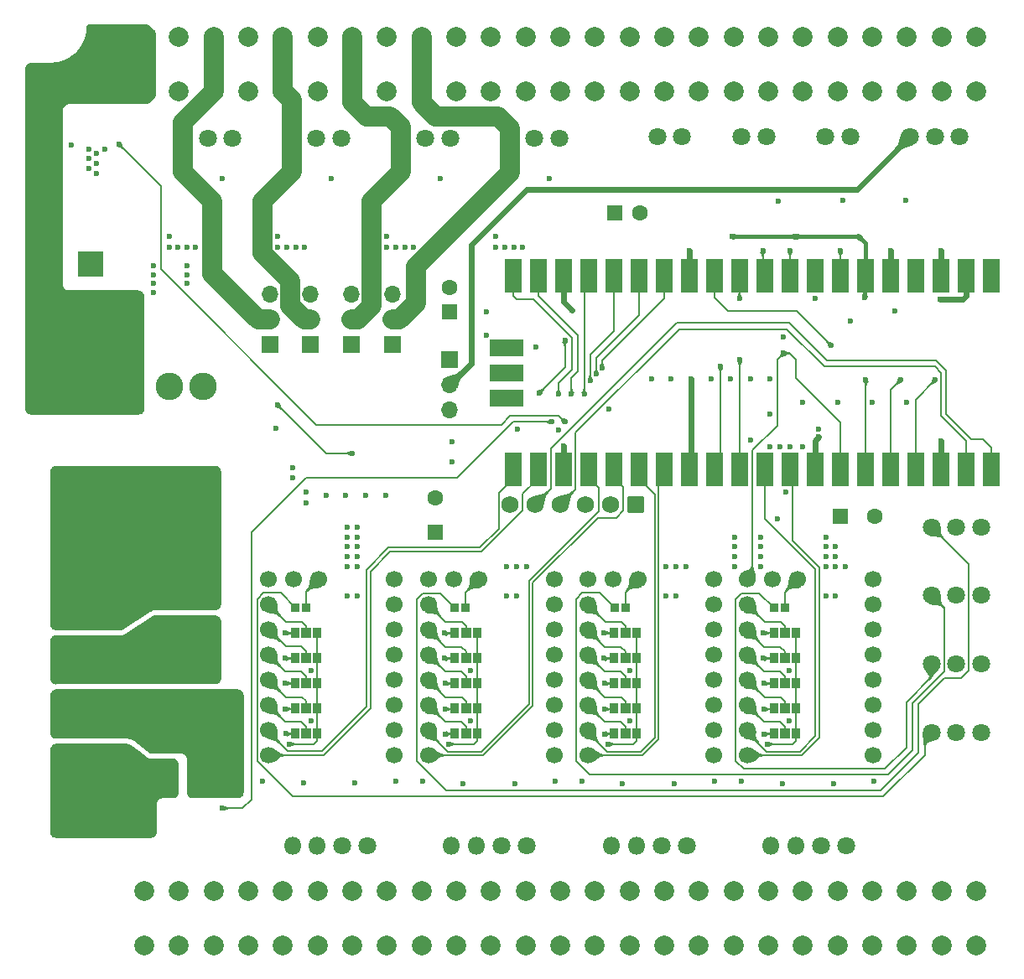
<source format=gbl>
G04 #@! TF.GenerationSoftware,KiCad,Pcbnew,8.0.4*
G04 #@! TF.CreationDate,2024-11-23T11:06:33-08:00*
G04 #@! TF.ProjectId,rpi pico printer board,72706920-7069-4636-9f20-7072696e7465,rev?*
G04 #@! TF.SameCoordinates,Original*
G04 #@! TF.FileFunction,Copper,L4,Bot*
G04 #@! TF.FilePolarity,Positive*
%FSLAX46Y46*%
G04 Gerber Fmt 4.6, Leading zero omitted, Abs format (unit mm)*
G04 Created by KiCad (PCBNEW 8.0.4) date 2024-11-23 11:06:33*
%MOMM*%
%LPD*%
G01*
G04 APERTURE LIST*
G04 Aperture macros list*
%AMRoundRect*
0 Rectangle with rounded corners*
0 $1 Rounding radius*
0 $2 $3 $4 $5 $6 $7 $8 $9 X,Y pos of 4 corners*
0 Add a 4 corners polygon primitive as box body*
4,1,4,$2,$3,$4,$5,$6,$7,$8,$9,$2,$3,0*
0 Add four circle primitives for the rounded corners*
1,1,$1+$1,$2,$3*
1,1,$1+$1,$4,$5*
1,1,$1+$1,$6,$7*
1,1,$1+$1,$8,$9*
0 Add four rect primitives between the rounded corners*
20,1,$1+$1,$2,$3,$4,$5,0*
20,1,$1+$1,$4,$5,$6,$7,0*
20,1,$1+$1,$6,$7,$8,$9,0*
20,1,$1+$1,$8,$9,$2,$3,0*%
G04 Aperture macros list end*
G04 #@! TA.AperFunction,ComponentPad*
%ADD10R,1.600000X1.600000*%
G04 #@! TD*
G04 #@! TA.AperFunction,ComponentPad*
%ADD11C,1.600000*%
G04 #@! TD*
G04 #@! TA.AperFunction,ComponentPad*
%ADD12C,1.800000*%
G04 #@! TD*
G04 #@! TA.AperFunction,ComponentPad*
%ADD13C,1.700000*%
G04 #@! TD*
G04 #@! TA.AperFunction,ComponentPad*
%ADD14RoundRect,0.250000X0.620000X0.620000X-0.620000X0.620000X-0.620000X-0.620000X0.620000X-0.620000X0*%
G04 #@! TD*
G04 #@! TA.AperFunction,ComponentPad*
%ADD15C,1.740000*%
G04 #@! TD*
G04 #@! TA.AperFunction,ComponentPad*
%ADD16R,1.700000X1.700000*%
G04 #@! TD*
G04 #@! TA.AperFunction,ComponentPad*
%ADD17O,1.700000X1.700000*%
G04 #@! TD*
G04 #@! TA.AperFunction,ComponentPad*
%ADD18O,1.800000X1.800000*%
G04 #@! TD*
G04 #@! TA.AperFunction,ComponentPad*
%ADD19C,2.000000*%
G04 #@! TD*
G04 #@! TA.AperFunction,ComponentPad*
%ADD20C,2.780000*%
G04 #@! TD*
G04 #@! TA.AperFunction,ComponentPad*
%ADD21R,2.600000X2.600000*%
G04 #@! TD*
G04 #@! TA.AperFunction,ComponentPad*
%ADD22C,2.600000*%
G04 #@! TD*
G04 #@! TA.AperFunction,SMDPad,CuDef*
%ADD23R,0.862500X1.000000*%
G04 #@! TD*
G04 #@! TA.AperFunction,SMDPad,CuDef*
%ADD24R,1.000000X1.000000*%
G04 #@! TD*
G04 #@! TA.AperFunction,SMDPad,CuDef*
%ADD25R,0.900000X0.950000*%
G04 #@! TD*
G04 #@! TA.AperFunction,SMDPad,CuDef*
%ADD26R,1.700000X3.500000*%
G04 #@! TD*
G04 #@! TA.AperFunction,SMDPad,CuDef*
%ADD27R,3.500000X1.700000*%
G04 #@! TD*
G04 #@! TA.AperFunction,ViaPad*
%ADD28C,0.800000*%
G04 #@! TD*
G04 #@! TA.AperFunction,ViaPad*
%ADD29C,0.600000*%
G04 #@! TD*
G04 #@! TA.AperFunction,Conductor*
%ADD30C,0.200000*%
G04 #@! TD*
G04 #@! TA.AperFunction,Conductor*
%ADD31C,0.600000*%
G04 #@! TD*
G04 #@! TA.AperFunction,Conductor*
%ADD32C,0.400000*%
G04 #@! TD*
G04 #@! TA.AperFunction,Conductor*
%ADD33C,2.000000*%
G04 #@! TD*
G04 APERTURE END LIST*
D10*
X91900000Y-104152651D03*
D11*
X91900000Y-100652651D03*
D12*
X77380000Y-64300000D03*
X79900000Y-64300000D03*
X82420000Y-64300000D03*
X139780000Y-64200000D03*
X142300000Y-64200000D03*
X144820000Y-64200000D03*
D13*
X119975000Y-126669999D03*
X119975000Y-124129999D03*
X119975000Y-121589999D03*
X119975000Y-119049999D03*
X119975000Y-116509999D03*
X119975000Y-113969999D03*
X119975000Y-111429999D03*
X119975000Y-108889999D03*
X107275000Y-108889999D03*
X107275000Y-111429999D03*
X107275000Y-113969999D03*
X107275000Y-116509999D03*
X107275000Y-119049999D03*
X107275000Y-121589999D03*
X107275000Y-124129999D03*
X107275000Y-126669999D03*
X109815000Y-108889999D03*
X112355000Y-108889999D03*
X136075000Y-126669999D03*
X136075000Y-124129999D03*
X136075000Y-121589999D03*
X136075000Y-119049999D03*
X136075000Y-116509999D03*
X136075000Y-113969999D03*
X136075000Y-111429999D03*
X136075000Y-108889999D03*
X123375000Y-108889999D03*
X123375000Y-111429999D03*
X123375000Y-113969999D03*
X123375000Y-116509999D03*
X123375000Y-119049999D03*
X123375000Y-121589999D03*
X123375000Y-124129999D03*
X123375000Y-126669999D03*
X125915000Y-108889999D03*
X128455000Y-108889999D03*
D14*
X112150000Y-101300000D03*
D15*
X109610000Y-101300000D03*
X107070000Y-101300000D03*
X104530000Y-101300000D03*
X101990000Y-101300000D03*
X99450000Y-101300000D03*
D16*
X79300000Y-85175000D03*
D17*
X79300000Y-82635000D03*
X79300000Y-80095000D03*
D12*
X66380000Y-64300000D03*
X68900000Y-64300000D03*
X71420000Y-64300000D03*
X114290000Y-64200000D03*
X116810000Y-64200000D03*
X147020000Y-117425000D03*
X144500000Y-117425000D03*
X141980000Y-117425000D03*
D10*
X132747349Y-102500000D03*
D11*
X136247349Y-102500000D03*
D16*
X93350000Y-86700000D03*
D17*
X93350000Y-89240000D03*
X93350000Y-91780000D03*
D12*
X117255000Y-135775000D03*
X114735000Y-135775000D03*
D18*
X112215000Y-135775000D03*
X109695000Y-135775000D03*
D16*
X87600000Y-85160000D03*
D17*
X87600000Y-82620000D03*
X87600000Y-80080000D03*
D19*
X146500000Y-145900000D03*
X146500000Y-140400000D03*
X143000000Y-145900000D03*
X143000000Y-140400000D03*
X139500000Y-145900000D03*
X139500000Y-140400000D03*
X136000000Y-145900000D03*
X136000000Y-140400000D03*
X132500000Y-145900000D03*
X132500000Y-140400000D03*
X129000000Y-145900000D03*
X129000000Y-140400000D03*
X125500000Y-145900000D03*
X125500000Y-140400000D03*
X122000000Y-145900000D03*
X122000000Y-140400000D03*
X118500000Y-145900000D03*
X118500000Y-140400000D03*
X115000000Y-145900000D03*
X115000000Y-140400000D03*
X111500000Y-145900000D03*
X111500000Y-140400000D03*
X108000000Y-145900000D03*
X108000000Y-140400000D03*
X104500000Y-145900000D03*
X104500000Y-140400000D03*
X101000000Y-145900000D03*
X101000000Y-140400000D03*
X97500000Y-145900000D03*
X97500000Y-140400000D03*
X94000000Y-145900000D03*
X94000000Y-140400000D03*
X90500000Y-145900000D03*
X90500000Y-140400000D03*
X87000000Y-145900000D03*
X87000000Y-140400000D03*
X83500000Y-145900000D03*
X83500000Y-140400000D03*
X80000000Y-145900000D03*
X80000000Y-140400000D03*
X76500000Y-145900000D03*
X76500000Y-140400000D03*
X73000000Y-145900000D03*
X73000000Y-140400000D03*
X69500000Y-145900000D03*
X69500000Y-140400000D03*
X66000000Y-145900000D03*
X66000000Y-140400000D03*
X62500000Y-145900000D03*
X62500000Y-140400000D03*
D12*
X122790000Y-64200000D03*
X125310000Y-64200000D03*
X147020000Y-103600000D03*
X144500000Y-103600000D03*
X141980000Y-103600000D03*
D16*
X75200000Y-85175000D03*
D17*
X75200000Y-82635000D03*
X75200000Y-80095000D03*
D12*
X85005000Y-135775000D03*
X82485000Y-135775000D03*
D18*
X79965000Y-135775000D03*
X77445000Y-135775000D03*
D12*
X88380000Y-64300000D03*
X90900000Y-64300000D03*
X93420000Y-64300000D03*
X99380000Y-64300000D03*
X101900000Y-64300000D03*
X104420000Y-64300000D03*
D19*
X62500000Y-54100000D03*
X62500000Y-59600000D03*
X66000000Y-54100000D03*
X66000000Y-59600000D03*
X69500000Y-54100000D03*
X69500000Y-59600000D03*
X73000000Y-54100000D03*
X73000000Y-59600000D03*
X76500000Y-54100000D03*
X76500000Y-59600000D03*
X80000000Y-54100000D03*
X80000000Y-59600000D03*
X83500000Y-54100000D03*
X83500000Y-59600000D03*
X87000000Y-54100000D03*
X87000000Y-59600000D03*
X90500000Y-54100000D03*
X90500000Y-59600000D03*
X94000000Y-54100000D03*
X94000000Y-59600000D03*
X97500000Y-54100000D03*
X97500000Y-59600000D03*
X101000000Y-54100000D03*
X101000000Y-59600000D03*
X104500000Y-54100000D03*
X104500000Y-59600000D03*
X108000000Y-54100000D03*
X108000000Y-59600000D03*
X111500000Y-54100000D03*
X111500000Y-59600000D03*
X115000000Y-54100000D03*
X115000000Y-59600000D03*
X118500000Y-54100000D03*
X118500000Y-59600000D03*
X122000000Y-54100000D03*
X122000000Y-59600000D03*
X125500000Y-54100000D03*
X125500000Y-59600000D03*
X129000000Y-54100000D03*
X129000000Y-59600000D03*
X132500000Y-54100000D03*
X132500000Y-59600000D03*
X136000000Y-54100000D03*
X136000000Y-59600000D03*
X139500000Y-54100000D03*
X139500000Y-59600000D03*
X143000000Y-54100000D03*
X143000000Y-59600000D03*
X146500000Y-54100000D03*
X146500000Y-59600000D03*
D20*
X68400000Y-107370000D03*
X65000000Y-107370000D03*
X68400000Y-117290000D03*
X65000000Y-117290000D03*
D10*
X93300000Y-81900000D03*
D11*
X93300000Y-79400000D03*
D13*
X87750000Y-126654999D03*
X87750000Y-124114999D03*
X87750000Y-121574999D03*
X87750000Y-119034999D03*
X87750000Y-116494999D03*
X87750000Y-113954999D03*
X87750000Y-111414999D03*
X87750000Y-108874999D03*
X75050000Y-108874999D03*
X75050000Y-111414999D03*
X75050000Y-113954999D03*
X75050000Y-116494999D03*
X75050000Y-119034999D03*
X75050000Y-121574999D03*
X75050000Y-124114999D03*
X75050000Y-126654999D03*
X77590000Y-108874999D03*
X80130000Y-108874999D03*
D12*
X133330000Y-135775000D03*
X130810000Y-135775000D03*
D18*
X128290000Y-135775000D03*
X125770000Y-135775000D03*
D12*
X131290000Y-64200000D03*
X133810000Y-64200000D03*
D21*
X57095000Y-77000000D03*
D22*
X57095000Y-82000000D03*
D12*
X147020000Y-110500000D03*
X144500000Y-110500000D03*
X141980000Y-110500000D03*
X147020000Y-124325000D03*
X144500000Y-124325000D03*
X141980000Y-124325000D03*
D20*
X65000000Y-99330000D03*
X68400000Y-99330000D03*
X65000000Y-89410000D03*
X68400000Y-89410000D03*
D12*
X101080000Y-135775000D03*
X98560000Y-135775000D03*
D18*
X96040000Y-135775000D03*
X93520000Y-135775000D03*
D13*
X103875000Y-126669999D03*
X103875000Y-124129999D03*
X103875000Y-121589999D03*
X103875000Y-119049999D03*
X103875000Y-116509999D03*
X103875000Y-113969999D03*
X103875000Y-111429999D03*
X103875000Y-108889999D03*
X91175000Y-108889999D03*
X91175000Y-111429999D03*
X91175000Y-113969999D03*
X91175000Y-116509999D03*
X91175000Y-119049999D03*
X91175000Y-121589999D03*
X91175000Y-124129999D03*
X91175000Y-126669999D03*
X93715000Y-108889999D03*
X96255000Y-108889999D03*
D20*
X57000000Y-99330000D03*
X60400000Y-99330000D03*
X57000000Y-89410000D03*
X60400000Y-89410000D03*
D21*
X57100000Y-107000000D03*
D22*
X57100000Y-112000000D03*
X57100000Y-117000000D03*
X57100000Y-122000000D03*
X57100000Y-127000000D03*
X57100000Y-132000000D03*
D16*
X83400000Y-85175000D03*
D17*
X83400000Y-82635000D03*
X83400000Y-80095000D03*
D10*
X110000000Y-71900000D03*
D11*
X112500000Y-71900000D03*
D23*
X109943750Y-119410000D03*
D24*
X111075000Y-119410000D03*
D23*
X112206250Y-119410000D03*
X77718750Y-121935000D03*
D24*
X78850000Y-121935000D03*
D23*
X79981250Y-121935000D03*
X93843750Y-119410000D03*
D24*
X94975000Y-119410000D03*
D23*
X96106250Y-119410000D03*
X77718750Y-119395000D03*
D24*
X78850000Y-119395000D03*
D23*
X79981250Y-119395000D03*
D25*
X109962500Y-111750000D03*
X111062500Y-111750000D03*
D23*
X126043750Y-124490000D03*
D24*
X127175000Y-124490000D03*
D23*
X128306250Y-124490000D03*
X126043750Y-114330000D03*
D24*
X127175000Y-114330000D03*
D23*
X128306250Y-114330000D03*
X126043750Y-121950000D03*
D24*
X127175000Y-121950000D03*
D23*
X128306250Y-121950000D03*
X126043750Y-119410000D03*
D24*
X127175000Y-119410000D03*
D23*
X128306250Y-119410000D03*
D25*
X77737500Y-111735000D03*
X78837500Y-111735000D03*
D23*
X109943750Y-124490000D03*
D24*
X111075000Y-124490000D03*
D23*
X112206250Y-124490000D03*
D26*
X148000000Y-97800000D03*
X145460000Y-97800000D03*
X142920000Y-97800000D03*
X140380000Y-97800000D03*
X137840000Y-97800000D03*
X135300000Y-97800000D03*
X132760000Y-97800000D03*
X130220000Y-97800000D03*
X127680000Y-97800000D03*
X125140000Y-97800000D03*
X122600000Y-97800000D03*
X120060000Y-97800000D03*
X117520000Y-97800000D03*
X114980000Y-97800000D03*
X112440000Y-97800000D03*
X109900000Y-97800000D03*
X107360000Y-97800000D03*
X104820000Y-97800000D03*
X102280000Y-97800000D03*
X99740000Y-97800000D03*
X99740000Y-78220000D03*
X102280000Y-78220000D03*
X104820000Y-78220000D03*
X107360000Y-78220000D03*
X109900000Y-78220000D03*
X112440000Y-78220000D03*
X114980000Y-78220000D03*
X117520000Y-78220000D03*
X120060000Y-78220000D03*
X122600000Y-78220000D03*
X125140000Y-78220000D03*
X127680000Y-78220000D03*
X130220000Y-78220000D03*
X132760000Y-78220000D03*
X135300000Y-78220000D03*
X137840000Y-78220000D03*
X140380000Y-78220000D03*
X142920000Y-78220000D03*
X145460000Y-78220000D03*
X148000000Y-78220000D03*
D27*
X99070000Y-90550000D03*
X99070000Y-88010000D03*
X99070000Y-85470000D03*
D25*
X126062500Y-111750000D03*
X127162500Y-111750000D03*
D23*
X77718750Y-116855000D03*
D24*
X78850000Y-116855000D03*
D23*
X79981250Y-116855000D03*
X77718750Y-114315000D03*
D24*
X78850000Y-114315000D03*
D23*
X79981250Y-114315000D03*
X109943750Y-114330000D03*
D24*
X111075000Y-114330000D03*
D23*
X112206250Y-114330000D03*
X109943750Y-116870000D03*
D24*
X111075000Y-116870000D03*
D23*
X112206250Y-116870000D03*
X126043750Y-116870000D03*
D24*
X127175000Y-116870000D03*
D23*
X128306250Y-116870000D03*
X93843750Y-121950000D03*
D24*
X94975000Y-121950000D03*
D23*
X96106250Y-121950000D03*
X93843750Y-116870000D03*
D24*
X94975000Y-116870000D03*
D23*
X96106250Y-116870000D03*
D25*
X93862500Y-111750000D03*
X94962500Y-111750000D03*
D23*
X109943750Y-121950000D03*
D24*
X111075000Y-121950000D03*
D23*
X112206250Y-121950000D03*
X77718750Y-124475000D03*
D24*
X78850000Y-124475000D03*
D23*
X79981250Y-124475000D03*
X93843750Y-114330000D03*
D24*
X94975000Y-114330000D03*
D23*
X96106250Y-114330000D03*
X93843750Y-124490000D03*
D24*
X94975000Y-124490000D03*
D23*
X96106250Y-124490000D03*
D28*
X61500000Y-128500000D03*
D29*
X77500000Y-97600000D03*
X86850001Y-100400000D03*
X108925000Y-114289999D03*
X125700000Y-92200000D03*
X105650000Y-81700000D03*
X104000000Y-129300000D03*
X99100000Y-110600000D03*
X125100000Y-124500000D03*
D28*
X60000000Y-131500000D03*
D29*
X130600000Y-93700000D03*
X83775000Y-129485000D03*
X113700000Y-88600000D03*
X66800000Y-77200000D03*
X98000000Y-74200000D03*
X125025000Y-116870000D03*
X106700000Y-129300000D03*
X131300000Y-110600000D03*
X83975000Y-110585000D03*
X122800000Y-129300000D03*
X92900000Y-124500000D03*
X116200000Y-110600000D03*
X58500000Y-65400000D03*
X63400000Y-78100000D03*
X121700000Y-88600000D03*
X92400000Y-68400000D03*
X120100000Y-129300000D03*
X119700001Y-88600000D03*
X65900000Y-75300000D03*
D28*
X63000000Y-128500000D03*
D29*
X126900000Y-129500000D03*
X132300000Y-110600000D03*
X76775000Y-124485000D03*
X133000000Y-70600000D03*
X132500000Y-91000000D03*
X94700000Y-129500000D03*
X76000000Y-75300000D03*
X92825000Y-116870000D03*
X125700000Y-95500000D03*
X142920000Y-75720000D03*
X126700000Y-95500000D03*
X109400000Y-91700000D03*
D28*
X61500000Y-133000000D03*
D29*
X99900000Y-129500000D03*
X57700000Y-67900000D03*
X125025000Y-114289999D03*
X108925000Y-116870000D03*
X99800000Y-75300000D03*
X102000000Y-85450000D03*
X70400000Y-68400000D03*
X82850000Y-100400000D03*
X103400000Y-68400000D03*
X104820000Y-95400000D03*
X57700000Y-66900000D03*
X66800000Y-79000000D03*
X127249999Y-100100000D03*
X56900000Y-65400000D03*
D28*
X64500000Y-128500000D03*
X60000000Y-128500000D03*
D29*
X55125000Y-65050000D03*
X132100000Y-129500000D03*
X80850000Y-100400000D03*
X98900000Y-75300000D03*
X78850000Y-101200000D03*
X100100000Y-110600000D03*
X89700000Y-75300000D03*
X115700000Y-88600000D03*
D28*
X63000000Y-131500000D03*
D29*
X93600000Y-95000000D03*
X84850000Y-100400000D03*
X138300000Y-81775000D03*
X56900000Y-66400000D03*
X139500000Y-91000000D03*
D28*
X63000000Y-134500000D03*
D29*
X78575000Y-129485000D03*
X130200000Y-80500000D03*
X66800000Y-78100000D03*
X93600000Y-97000001D03*
X87900000Y-75300000D03*
X66800000Y-75300000D03*
X127700000Y-95500000D03*
X116000000Y-129500000D03*
X100700000Y-75300000D03*
X76900000Y-75300000D03*
X76725000Y-116855000D03*
D28*
X61500000Y-130000000D03*
D29*
X139400000Y-70600000D03*
X75800000Y-93600000D03*
X65000000Y-75300000D03*
X100200000Y-93700000D03*
X77800000Y-75300000D03*
X123700001Y-88600000D03*
X78700000Y-75300000D03*
X109000000Y-124500000D03*
X142920000Y-94900000D03*
X110800000Y-129500000D03*
X65000000Y-74200000D03*
X76725000Y-114289999D03*
X63400000Y-79000000D03*
X136000000Y-91000000D03*
X92825000Y-114330000D03*
X77500000Y-98600000D03*
X126550000Y-70650000D03*
D28*
X60000000Y-134500000D03*
X61500000Y-127000000D03*
D29*
X87875000Y-129285000D03*
X129000000Y-95500000D03*
X117520000Y-75720000D03*
X78850000Y-100100000D03*
X67700000Y-75300000D03*
X136200000Y-129300000D03*
D28*
X53750000Y-127000000D03*
D29*
X81400000Y-68400000D03*
D28*
X53750000Y-130000000D03*
D29*
X63400000Y-79900000D03*
X88800000Y-75300000D03*
X74475000Y-129285000D03*
X130600000Y-94500000D03*
D28*
X64500000Y-130000000D03*
D29*
X115200000Y-110600000D03*
X57700000Y-65900000D03*
X125700000Y-88600000D03*
X87000000Y-75300000D03*
X82975000Y-110585000D03*
X76000000Y-74200000D03*
X90600000Y-129300000D03*
X98000000Y-75300000D03*
X56900000Y-67400000D03*
X117700000Y-88600000D03*
D28*
X53750000Y-133000000D03*
D29*
X63400000Y-77200000D03*
X129000000Y-91000000D03*
X87000000Y-74200000D03*
X131300000Y-107600000D03*
X132300000Y-105600000D03*
X132300000Y-106600000D03*
X84000000Y-103600000D03*
X101100000Y-107600000D03*
X131300000Y-104600000D03*
X132300000Y-107600000D03*
X83000000Y-103600000D03*
X83000000Y-105600000D03*
X84000000Y-105600000D03*
X115200000Y-107600000D03*
X124700000Y-106600000D03*
X83000000Y-107600000D03*
X133300000Y-107600000D03*
X131300000Y-106600000D03*
X116200000Y-107600000D03*
X84000000Y-106600000D03*
X122100000Y-106600000D03*
X122100000Y-107600000D03*
X122100000Y-104600000D03*
X131300000Y-105600000D03*
X84000000Y-104600000D03*
X124700000Y-107600000D03*
X100100000Y-107600000D03*
X83000000Y-106600000D03*
X84000000Y-107600000D03*
X83000000Y-104600000D03*
X124700000Y-105600000D03*
X124700000Y-104600000D03*
X117200000Y-107600000D03*
X99100000Y-107600000D03*
X122100000Y-105600000D03*
X127050000Y-86050000D03*
X109325000Y-125525000D03*
X104300000Y-93800000D03*
X127050000Y-84400000D03*
X137850000Y-75700000D03*
X77125000Y-125525000D03*
X93225000Y-125525000D03*
X125425000Y-125525000D03*
X134700000Y-74300000D03*
X135250000Y-80450000D03*
X121825000Y-74275000D03*
X128275000Y-74275000D03*
X124950000Y-75700000D03*
X127700000Y-75700000D03*
X126424996Y-102750000D03*
X97036735Y-84207978D03*
X133750000Y-82800000D03*
X123725000Y-94850000D03*
X132800000Y-75700000D03*
X75950000Y-91285000D03*
X83500000Y-96150000D03*
X97050000Y-81900000D03*
D28*
X65999999Y-114000000D03*
X53750000Y-115500000D03*
X69000000Y-114000000D03*
X67500000Y-115500000D03*
X63000000Y-114000000D03*
X60000000Y-117000000D03*
X63000000Y-117000000D03*
X61500000Y-115500000D03*
X53750000Y-118500000D03*
X64500000Y-115500000D03*
X66750000Y-118500000D03*
X61500000Y-118500000D03*
X67500000Y-128500000D03*
X53750000Y-121000000D03*
X60000000Y-122500000D03*
X67500000Y-124000000D03*
X67500000Y-121000000D03*
X63000000Y-124000000D03*
X72000000Y-130000000D03*
X70500000Y-122500000D03*
X69000000Y-122500000D03*
X61500000Y-124000000D03*
X69000000Y-125500000D03*
X63000000Y-125500000D03*
X69000000Y-128500000D03*
X70500000Y-128500000D03*
X63000000Y-122500000D03*
X53750000Y-124000000D03*
X67500000Y-130000000D03*
X64500000Y-122500000D03*
X64500000Y-121000000D03*
X69000000Y-130000000D03*
X67500000Y-122500000D03*
X69000000Y-124000000D03*
X69000000Y-127000000D03*
X67500000Y-127000000D03*
X67500000Y-125500000D03*
X61500000Y-121000000D03*
X70500000Y-125500000D03*
X72000000Y-127000000D03*
X66000000Y-122500000D03*
D29*
X70400000Y-132000000D03*
X103675000Y-92975000D03*
X59950000Y-64950000D03*
X104975000Y-92975000D03*
X142875000Y-80575000D03*
X104975000Y-84775000D03*
X102400000Y-90050000D03*
X135350000Y-88750000D03*
X138850000Y-88750000D03*
X142350000Y-88750000D03*
X131850000Y-85250000D03*
X111525000Y-118089999D03*
X127625000Y-118089999D03*
X95425000Y-118089999D03*
X79325000Y-118089999D03*
X120675000Y-87325000D03*
X95425000Y-123189999D03*
X79325000Y-123189999D03*
X122625000Y-86725000D03*
X111525000Y-123189999D03*
X127625000Y-123189999D03*
X122600000Y-80500000D03*
X107525000Y-88800000D03*
X105625000Y-90200000D03*
X104325000Y-90200000D03*
X106925000Y-90200000D03*
X108725000Y-87500000D03*
X108125000Y-88150000D03*
X108975000Y-119389999D03*
X108975000Y-121989999D03*
X92875000Y-119389999D03*
X92875000Y-121989999D03*
X76750000Y-119374999D03*
X76750000Y-121974999D03*
X125075000Y-119389999D03*
X125075000Y-121989999D03*
D30*
X127175000Y-121189999D02*
X126775000Y-120789999D01*
X125115000Y-120789999D02*
X123375000Y-119049999D01*
X126775000Y-120789999D02*
X125115000Y-120789999D01*
X127175000Y-121950000D02*
X127175000Y-121189999D01*
X109010000Y-124490000D02*
X109000000Y-124500000D01*
D31*
X117520000Y-96900000D02*
X117700000Y-96720000D01*
D30*
X108925000Y-114289999D02*
X108965001Y-114330000D01*
X108965001Y-114330000D02*
X109943750Y-114330000D01*
D31*
X104820000Y-95400000D02*
X104820000Y-96900000D01*
D30*
X76725000Y-116855000D02*
X77718750Y-116855000D01*
X76725000Y-114289999D02*
X76750001Y-114315000D01*
X125025000Y-116870000D02*
X126043750Y-116870000D01*
X92825000Y-116870000D02*
X93843750Y-116870000D01*
X92910000Y-124490000D02*
X92900000Y-124500000D01*
X92825000Y-114330000D02*
X93843750Y-114330000D01*
X93843750Y-124490000D02*
X92910000Y-124490000D01*
X126043750Y-124490000D02*
X125110000Y-124490000D01*
X108925000Y-116870000D02*
X109943750Y-116870000D01*
X125110000Y-124490000D02*
X125100000Y-124500000D01*
D31*
X130220000Y-94880000D02*
X130600000Y-94500000D01*
X117700000Y-96720000D02*
X117700000Y-88600000D01*
D30*
X76750001Y-114315000D02*
X77718750Y-114315000D01*
D31*
X104820000Y-80870000D02*
X104820000Y-79120000D01*
X117520000Y-75720000D02*
X117520000Y-79120000D01*
X142920000Y-94900000D02*
X142920000Y-96900000D01*
X105650000Y-81700000D02*
X104820000Y-80870000D01*
D30*
X125025000Y-114289999D02*
X125065001Y-114330000D01*
D31*
X142920000Y-75720000D02*
X142920000Y-79120000D01*
D30*
X77718750Y-124475000D02*
X76785000Y-124475000D01*
X125065001Y-114330000D02*
X126043750Y-114330000D01*
X76785000Y-124475000D02*
X76775000Y-124485000D01*
X109943750Y-124490000D02*
X109010000Y-124490000D01*
D31*
X130220000Y-96900000D02*
X130220000Y-94880000D01*
D30*
X123375000Y-124323529D02*
X125321470Y-126269999D01*
X130225000Y-107855685D02*
X125140000Y-102770685D01*
X130225000Y-124734314D02*
X130225000Y-107855685D01*
X125140000Y-102770685D02*
X125140000Y-96900000D01*
X128689315Y-126269999D02*
X130225000Y-124734314D01*
X123375000Y-124129999D02*
X123375000Y-124323529D01*
X125321470Y-126269999D02*
X128689315Y-126269999D01*
X126674999Y-123289999D02*
X127175000Y-123790000D01*
X127175000Y-123790000D02*
X127175000Y-124490000D01*
X125075000Y-123289999D02*
X126674999Y-123289999D01*
X123375000Y-121589999D02*
X125075000Y-123289999D01*
X123375000Y-108889999D02*
X123900000Y-108364999D01*
X132750000Y-93050000D02*
X132750000Y-96890000D01*
X126400000Y-93350000D02*
X126400000Y-86700000D01*
X132750000Y-96890000D02*
X132760000Y-96900000D01*
X127050000Y-86050000D02*
X127650000Y-86050000D01*
X123900000Y-108364999D02*
X123900000Y-95850000D01*
X126400000Y-86700000D02*
X127050000Y-86050000D01*
X128250000Y-88550000D02*
X132750000Y-93050000D01*
X127650000Y-86050000D02*
X128250000Y-86650000D01*
X128250000Y-86650000D02*
X128250000Y-88550000D01*
X123900000Y-95850000D02*
X126400000Y-93350000D01*
X125055000Y-118189999D02*
X126675000Y-118189999D01*
X123375000Y-116509999D02*
X125055000Y-118189999D01*
X127175000Y-118689999D02*
X127175000Y-119410000D01*
X126675000Y-118189999D02*
X127175000Y-118689999D01*
X123375000Y-113969999D02*
X125095000Y-115689999D01*
X126694999Y-115689999D02*
X127175000Y-116170000D01*
X127175000Y-116170000D02*
X127175000Y-116870000D01*
X125095000Y-115689999D02*
X126694999Y-115689999D01*
X112200000Y-119410000D02*
X112200000Y-121950000D01*
D31*
X136015000Y-124189999D02*
X136075000Y-124129999D01*
D30*
X128300000Y-121950000D02*
X128300000Y-124490000D01*
X77125000Y-125525000D02*
X79631250Y-125525000D01*
X128306250Y-125190000D02*
X128306250Y-124490000D01*
X112206250Y-125190000D02*
X112206250Y-124490000D01*
X112200000Y-116870000D02*
X112200000Y-119410000D01*
X112200000Y-114330000D02*
X112200000Y-116870000D01*
X96100000Y-119410000D02*
X96100000Y-121950000D01*
X127971250Y-125525000D02*
X128306250Y-125190000D01*
X128300000Y-119410000D02*
X128300000Y-121950000D01*
X112200000Y-121950000D02*
X112200000Y-124490000D01*
X79981250Y-125175000D02*
X79981250Y-124475000D01*
X96106250Y-125190000D02*
X96106250Y-124490000D01*
X109325000Y-125525000D02*
X111871250Y-125525000D01*
X96100000Y-121950000D02*
X96100000Y-124490000D01*
X93225000Y-125525000D02*
X95771250Y-125525000D01*
X79631250Y-125525000D02*
X79981250Y-125175000D01*
X96100000Y-114330000D02*
X96100000Y-116870000D01*
X79975000Y-114315000D02*
X79975000Y-124475000D01*
X96100000Y-116870000D02*
X96100000Y-119410000D01*
D31*
X137850000Y-75700000D02*
X137840000Y-75710000D01*
D30*
X95771250Y-125525000D02*
X96106250Y-125190000D01*
X111871250Y-125525000D02*
X112206250Y-125190000D01*
X125425000Y-125525000D02*
X127971250Y-125525000D01*
D31*
X137840000Y-75710000D02*
X137840000Y-79120000D01*
D30*
X128300000Y-116870000D02*
X128300000Y-119410000D01*
X128300000Y-114330000D02*
X128300000Y-116870000D01*
X126775000Y-113189999D02*
X127175000Y-113589999D01*
X127175000Y-113589999D02*
X127175000Y-114330000D01*
X125135000Y-113189999D02*
X126775000Y-113189999D01*
X123375000Y-111429999D02*
X125135000Y-113189999D01*
X127680000Y-96900000D02*
X127950000Y-97170000D01*
X128855001Y-126669999D02*
X123375000Y-126669999D01*
X127950000Y-105014999D02*
X130625000Y-107689999D01*
X127950000Y-97170000D02*
X127950000Y-105014999D01*
X130625000Y-124900000D02*
X128855001Y-126669999D01*
X130625000Y-107689999D02*
X130625000Y-124900000D01*
X109226471Y-126275000D02*
X107275000Y-124323529D01*
X112440000Y-96900000D02*
X112440000Y-98740000D01*
X107275000Y-124323529D02*
X107275000Y-124129999D01*
X112440000Y-98740000D02*
X114025000Y-100325000D01*
X114025000Y-100325000D02*
X114025000Y-124909314D01*
X114025000Y-124909314D02*
X112659314Y-126275000D01*
X112659314Y-126275000D02*
X109226471Y-126275000D01*
X111075000Y-121189999D02*
X110675000Y-120789999D01*
X110675000Y-120789999D02*
X109015000Y-120789999D01*
X111075000Y-121950000D02*
X111075000Y-121189999D01*
X109015000Y-120789999D02*
X107275000Y-119049999D01*
X107280001Y-126675000D02*
X107275000Y-126669999D01*
X114980000Y-98705000D02*
X114425000Y-99260000D01*
X114425000Y-125075000D02*
X112825000Y-126675000D01*
X112825000Y-126675000D02*
X107280001Y-126675000D01*
X114980000Y-96900000D02*
X114980000Y-98705000D01*
X114425000Y-99260000D02*
X114425000Y-125075000D01*
X107275000Y-116509999D02*
X108955000Y-118189999D01*
X110575000Y-118189999D02*
X111075000Y-118689999D01*
X108955000Y-118189999D02*
X110575000Y-118189999D01*
X111075000Y-118689999D02*
X111075000Y-119410000D01*
X110594999Y-115689999D02*
X111075000Y-116170000D01*
X111075000Y-116170000D02*
X111075000Y-116870000D01*
X107275000Y-113969999D02*
X108995000Y-115689999D01*
X108995000Y-115689999D02*
X110594999Y-115689999D01*
X111075000Y-113589999D02*
X111075000Y-114330000D01*
X110675000Y-113189999D02*
X111075000Y-113589999D01*
X109035000Y-113189999D02*
X110675000Y-113189999D01*
X107275000Y-111429999D02*
X109035000Y-113189999D01*
X107275000Y-121589999D02*
X108975000Y-123289999D01*
X108975000Y-123289999D02*
X110574999Y-123289999D01*
X110574999Y-123289999D02*
X111075000Y-123790000D01*
X111075000Y-123790000D02*
X111075000Y-124490000D01*
X94975000Y-113589999D02*
X94975000Y-114330000D01*
X94575000Y-113189999D02*
X94975000Y-113589999D01*
X92935000Y-113189999D02*
X94575000Y-113189999D01*
X91175000Y-111429999D02*
X92935000Y-113189999D01*
X94975000Y-116170000D02*
X94975000Y-116870000D01*
X91175000Y-113969999D02*
X92895000Y-115689999D01*
X92895000Y-115689999D02*
X94494999Y-115689999D01*
X94494999Y-115689999D02*
X94975000Y-116170000D01*
X91175000Y-116509999D02*
X92855000Y-118189999D01*
X92855000Y-118189999D02*
X94475000Y-118189999D01*
X94475000Y-118189999D02*
X94975000Y-118689999D01*
X94975000Y-118689999D02*
X94975000Y-119410000D01*
X110875000Y-99575000D02*
X109900000Y-98600000D01*
X91175000Y-126669999D02*
X96680001Y-126669999D01*
X109900000Y-98600000D02*
X109900000Y-96900000D01*
X110875000Y-101930000D02*
X110875000Y-99575000D01*
X110155000Y-102650000D02*
X110875000Y-101930000D01*
X108265686Y-102650000D02*
X110155000Y-102650000D01*
X101725000Y-109190686D02*
X108265686Y-102650000D01*
X96680001Y-126669999D02*
X101725000Y-121625000D01*
X101725000Y-121625000D02*
X101725000Y-109190686D01*
X92875000Y-123289999D02*
X94474999Y-123289999D01*
X91175000Y-121589999D02*
X92875000Y-123289999D01*
X94474999Y-123289999D02*
X94975000Y-123790000D01*
X94975000Y-123790000D02*
X94975000Y-124490000D01*
X94575000Y-120789999D02*
X92915000Y-120789999D01*
X94975000Y-121189999D02*
X94575000Y-120789999D01*
X92915000Y-120789999D02*
X91175000Y-119049999D01*
X94975000Y-121950000D02*
X94975000Y-121189999D01*
X93119999Y-126269999D02*
X96514315Y-126269999D01*
X91175000Y-124325000D02*
X93119999Y-126269999D01*
X91175000Y-124129999D02*
X91175000Y-124325000D01*
X96514315Y-126269999D02*
X101325000Y-121459314D01*
X108350000Y-102000000D02*
X108350000Y-99650000D01*
X101325000Y-109025000D02*
X108350000Y-102000000D01*
X108350000Y-99650000D02*
X107360000Y-98660000D01*
X101325000Y-121459314D02*
X101325000Y-109025000D01*
X107360000Y-98660000D02*
X107360000Y-96900000D01*
X78450000Y-120774999D02*
X76790000Y-120774999D01*
X78850000Y-121935000D02*
X78850000Y-121174999D01*
X78850000Y-121174999D02*
X78450000Y-120774999D01*
X76790000Y-120774999D02*
X75050000Y-119034999D01*
X87159314Y-105689999D02*
X96360001Y-105689999D01*
X98280000Y-100170000D02*
X99740000Y-98710000D01*
X84925000Y-121775000D02*
X84925000Y-107924313D01*
X99740000Y-98710000D02*
X99740000Y-96900000D01*
X80450000Y-126250000D02*
X84925000Y-121775000D01*
X75050000Y-124114999D02*
X75050000Y-124298529D01*
X84925000Y-107924313D02*
X87159314Y-105689999D01*
X96360001Y-105689999D02*
X98280000Y-103770000D01*
X98280000Y-103770000D02*
X98280000Y-100170000D01*
X75050000Y-124298529D02*
X77001471Y-126250000D01*
X77001471Y-126250000D02*
X80450000Y-126250000D01*
X96525687Y-106089999D02*
X100700000Y-101915686D01*
X87325000Y-106089999D02*
X96525687Y-106089999D01*
X100700000Y-100275000D02*
X102280000Y-98695000D01*
X100700000Y-101915686D02*
X100700000Y-100275000D01*
X102280000Y-98695000D02*
X102280000Y-96900000D01*
X75050000Y-126654999D02*
X80610687Y-126654999D01*
X85325000Y-108089999D02*
X87325000Y-106089999D01*
X85325000Y-121940686D02*
X85325000Y-108089999D01*
X80610687Y-126654999D02*
X85325000Y-121940686D01*
X78450000Y-113174999D02*
X78850000Y-113574999D01*
X78850000Y-113574999D02*
X78850000Y-114315000D01*
X75050000Y-111414999D02*
X76810000Y-113174999D01*
X76810000Y-113174999D02*
X78450000Y-113174999D01*
X78369999Y-115674999D02*
X78850000Y-116155000D01*
X75050000Y-113954999D02*
X76770000Y-115674999D01*
X76770000Y-115674999D02*
X78369999Y-115674999D01*
X78850000Y-116155000D02*
X78850000Y-116855000D01*
X78349999Y-123274999D02*
X78850000Y-123775000D01*
X75050000Y-121574999D02*
X76750000Y-123274999D01*
X76750000Y-123274999D02*
X78349999Y-123274999D01*
X78850000Y-123775000D02*
X78850000Y-124475000D01*
X78850000Y-118674999D02*
X78850000Y-119395000D01*
X76730000Y-118174999D02*
X78350000Y-118174999D01*
X78350000Y-118174999D02*
X78850000Y-118674999D01*
X75050000Y-116494999D02*
X76730000Y-118174999D01*
D32*
X135300000Y-79120000D02*
X135300000Y-74900000D01*
X135300000Y-74900000D02*
X134700000Y-74300000D01*
X128275000Y-74275000D02*
X134675000Y-74275000D01*
X135250000Y-79170000D02*
X135300000Y-79120000D01*
X134675000Y-74275000D02*
X134700000Y-74300000D01*
X135250000Y-80450000D02*
X135250000Y-79170000D01*
X121825000Y-74275000D02*
X128275000Y-74275000D01*
D30*
X124950000Y-78930000D02*
X125140000Y-79120000D01*
X124950000Y-75700000D02*
X124950000Y-78930000D01*
X127680000Y-79120000D02*
X127680000Y-75720000D01*
X127680000Y-75720000D02*
X127700000Y-75700000D01*
X132800000Y-75700000D02*
X132760000Y-75740000D01*
X132760000Y-75740000D02*
X132760000Y-79120000D01*
X80850000Y-96150000D02*
X75985000Y-91285000D01*
X75985000Y-91285000D02*
X75950000Y-91285000D01*
X83500000Y-96150000D02*
X80850000Y-96150000D01*
D33*
X69500000Y-59600000D02*
X69500000Y-54100000D01*
X75200000Y-82635000D02*
X73997919Y-82635000D01*
X66380000Y-67680000D02*
X66380000Y-64300000D01*
X73997919Y-82635000D02*
X69400000Y-78037081D01*
X66380000Y-64300000D02*
X66380000Y-62720000D01*
X69400000Y-78037081D02*
X69400000Y-70700000D01*
X69400000Y-70700000D02*
X66380000Y-67680000D01*
X66380000Y-62720000D02*
X69500000Y-59600000D01*
X74450000Y-75942032D02*
X74450000Y-70650000D01*
X78635000Y-82635000D02*
X77250000Y-81250000D01*
X77380000Y-60480000D02*
X76500000Y-59600000D01*
X77380000Y-67720000D02*
X77380000Y-60480000D01*
X77250000Y-81250000D02*
X77250000Y-78742032D01*
X77250000Y-78742032D02*
X74450000Y-75942032D01*
X76500000Y-59600000D02*
X76500000Y-54100000D01*
X74450000Y-70650000D02*
X77380000Y-67720000D01*
X79300000Y-82635000D02*
X78635000Y-82635000D01*
D30*
X73300000Y-104150000D02*
X73300000Y-131100000D01*
X73300000Y-131100000D02*
X72400000Y-132000000D01*
X94100000Y-98600000D02*
X78850000Y-98600000D01*
X78850000Y-98600000D02*
X73300000Y-104150000D01*
X99725000Y-92975000D02*
X94100000Y-98600000D01*
X103675000Y-92975000D02*
X99725000Y-92975000D01*
X72400000Y-132000000D02*
X70400000Y-132000000D01*
D33*
X85450000Y-70650000D02*
X88380000Y-67720000D01*
X88380000Y-64300000D02*
X88400000Y-64300000D01*
X88380000Y-67720000D02*
X88380000Y-64300000D01*
X88400000Y-63900000D02*
X88400000Y-64300000D01*
X83500000Y-59600000D02*
X83500000Y-54100000D01*
X83400000Y-82635000D02*
X84065000Y-82635000D01*
X83500000Y-60700000D02*
X83500000Y-59600000D01*
X88380000Y-64300000D02*
X88380000Y-63180000D01*
X88380000Y-63180000D02*
X87300000Y-62100000D01*
X87300000Y-62100000D02*
X84900000Y-62100000D01*
X84900000Y-62100000D02*
X83500000Y-60700000D01*
X84065000Y-82635000D02*
X85450000Y-81250000D01*
X85450000Y-81250000D02*
X85450000Y-70650000D01*
X90500000Y-59600000D02*
X90500000Y-54100000D01*
X90500000Y-60700000D02*
X90500000Y-59600000D01*
X91900000Y-62100000D02*
X90500000Y-60700000D01*
X98200000Y-62100000D02*
X91900000Y-62100000D01*
X87600000Y-82620000D02*
X88280000Y-82620000D01*
X99380000Y-67820000D02*
X99380000Y-63280000D01*
X89900000Y-77300000D02*
X99380000Y-67820000D01*
X88280000Y-82620000D02*
X89900000Y-81000000D01*
X99380000Y-63280000D02*
X98200000Y-62100000D01*
X89900000Y-81000000D02*
X89900000Y-77300000D01*
D30*
X64200000Y-69200000D02*
X59950000Y-64950000D01*
X79900000Y-93250000D02*
X64200000Y-77550000D01*
X98550000Y-93250000D02*
X79900000Y-93250000D01*
X104975000Y-92975000D02*
X104350000Y-92350000D01*
X64200000Y-77550000D02*
X64200000Y-69200000D01*
X104350000Y-92350000D02*
X99450000Y-92350000D01*
X99450000Y-92350000D02*
X98550000Y-93250000D01*
D31*
X101100000Y-69500000D02*
X134480000Y-69500000D01*
X93350000Y-89240000D02*
X95500000Y-87090000D01*
X95500000Y-75100000D02*
X101100000Y-69500000D01*
X95500000Y-87090000D02*
X95500000Y-75100000D01*
X134480000Y-69500000D02*
X139780000Y-64200000D01*
D30*
X90000000Y-127200000D02*
X92975000Y-130175000D01*
X92975000Y-130175000D02*
X136875000Y-130175000D01*
X145725000Y-118100000D02*
X145725000Y-107325000D01*
X140650000Y-121475000D02*
X143300000Y-118825000D01*
X90000000Y-110900000D02*
X90000000Y-127200000D01*
X90620001Y-110279999D02*
X90000000Y-110900000D01*
X136875000Y-130175000D02*
X140650000Y-126400000D01*
X145000000Y-118825000D02*
X145725000Y-118100000D01*
X92392499Y-110279999D02*
X90620001Y-110279999D01*
X93862500Y-111750000D02*
X92392499Y-110279999D01*
X140650000Y-126400000D02*
X140650000Y-121475000D01*
X143300000Y-118825000D02*
X145000000Y-118825000D01*
X145725000Y-107325000D02*
X142000000Y-103600000D01*
D31*
X145460000Y-80240000D02*
X145460000Y-79120000D01*
X142875000Y-80575000D02*
X145125000Y-80575000D01*
X145125000Y-80575000D02*
X145460000Y-80240000D01*
D30*
X104975000Y-87475000D02*
X104975000Y-84775000D01*
X102400000Y-90050000D02*
X104975000Y-87475000D01*
X137300000Y-128000000D02*
X139425000Y-125875000D01*
X122200000Y-127200000D02*
X123000000Y-128000000D01*
X123000000Y-128000000D02*
X137300000Y-128000000D01*
X124592499Y-110279999D02*
X122820001Y-110279999D01*
X139425000Y-125875000D02*
X139425000Y-121275000D01*
X122820001Y-110279999D02*
X122200000Y-110900000D01*
X142000000Y-118700000D02*
X142000000Y-117425000D01*
X122200000Y-110900000D02*
X122200000Y-127200000D01*
X126062500Y-111750000D02*
X124592499Y-110279999D01*
X139425000Y-121275000D02*
X142000000Y-118700000D01*
X135300000Y-96900000D02*
X135350000Y-96850000D01*
X135350000Y-96850000D02*
X135350000Y-88750000D01*
X106100000Y-110894058D02*
X106100000Y-127200000D01*
X109962500Y-111750000D02*
X109962500Y-111737500D01*
X143275000Y-118150000D02*
X143275000Y-111775000D01*
X140025000Y-126150000D02*
X140025000Y-121400000D01*
X137575000Y-128600000D02*
X140025000Y-126150000D01*
X107500000Y-128600000D02*
X137575000Y-128600000D01*
X143275000Y-111775000D02*
X142000000Y-110500000D01*
X106731948Y-110262110D02*
X106100000Y-110894058D01*
X106100000Y-127200000D02*
X107500000Y-128600000D01*
X109962500Y-111737500D02*
X108487110Y-110262110D01*
X140025000Y-121400000D02*
X143275000Y-118150000D01*
X108487110Y-110262110D02*
X106731948Y-110262110D01*
X137840000Y-96900000D02*
X137850000Y-96890000D01*
X137840000Y-96900000D02*
X137840000Y-89760000D01*
X137840000Y-89760000D02*
X138850000Y-88750000D01*
X140380000Y-96900000D02*
X140380000Y-90720000D01*
X140380000Y-90720000D02*
X142350000Y-88750000D01*
X77737500Y-111735000D02*
X76267499Y-110264999D01*
X73900000Y-127200000D02*
X77500000Y-130800000D01*
X77500000Y-130800000D02*
X137125000Y-130800000D01*
X137125000Y-130800000D02*
X141300000Y-126625000D01*
X76267499Y-110264999D02*
X74535001Y-110264999D01*
X141300000Y-125005000D02*
X141980000Y-124325000D01*
X73900000Y-110900000D02*
X73900000Y-127200000D01*
X74535001Y-110264999D02*
X73900000Y-110900000D01*
X141300000Y-126625000D02*
X141300000Y-125005000D01*
X121450000Y-81800000D02*
X120060000Y-80410000D01*
X128400000Y-81800000D02*
X121450000Y-81800000D01*
X131850000Y-85250000D02*
X128400000Y-81800000D01*
X120060000Y-80410000D02*
X120060000Y-79120000D01*
X120675000Y-87325000D02*
X120675000Y-96285000D01*
X120675000Y-96285000D02*
X120060000Y-96900000D01*
X122625000Y-96875000D02*
X122600000Y-96900000D01*
X122625000Y-86725000D02*
X122625000Y-96875000D01*
X122600000Y-79120000D02*
X122600000Y-80500000D01*
X107525000Y-86200000D02*
X109900000Y-83825000D01*
X109900000Y-83825000D02*
X109900000Y-79120000D01*
X107525000Y-88800000D02*
X107525000Y-86200000D01*
X106300000Y-87906250D02*
X106300000Y-84250000D01*
X105625000Y-90200000D02*
X105625000Y-88581250D01*
X106300000Y-84250000D02*
X102280000Y-80230000D01*
X102280000Y-80230000D02*
X102280000Y-79120000D01*
X105625000Y-88581250D02*
X106300000Y-87906250D01*
X101800000Y-80600000D02*
X100100000Y-80600000D01*
X100100000Y-80600000D02*
X99740000Y-80240000D01*
X104325000Y-89037500D02*
X105650000Y-87712500D01*
X105650000Y-84450000D02*
X101800000Y-80600000D01*
X105650000Y-87712500D02*
X105650000Y-84450000D01*
X104325000Y-90200000D02*
X104325000Y-89037500D01*
X99740000Y-80240000D02*
X99740000Y-79120000D01*
X106925000Y-90200000D02*
X106925000Y-79555000D01*
X106925000Y-79555000D02*
X107360000Y-79120000D01*
X108725000Y-87500000D02*
X108725000Y-86750000D01*
X108725000Y-86750000D02*
X114980000Y-80495000D01*
X114980000Y-80495000D02*
X114980000Y-79120000D01*
X106048529Y-99781471D02*
X104530000Y-101300000D01*
X142950000Y-88050000D02*
X142300000Y-87400000D01*
X131150000Y-87400000D02*
X127350000Y-83600000D01*
X145460000Y-94910000D02*
X142950000Y-92400000D01*
X106048529Y-94051471D02*
X106048529Y-99781471D01*
X145460000Y-96900000D02*
X145460000Y-94910000D01*
X127350000Y-83600000D02*
X116500000Y-83600000D01*
X142300000Y-87400000D02*
X131150000Y-87400000D01*
X116500000Y-83600000D02*
X106048529Y-94051471D01*
X142950000Y-92400000D02*
X142950000Y-88050000D01*
X101990000Y-101300000D02*
X103550000Y-99740000D01*
X103550000Y-99740000D02*
X103550000Y-95700000D01*
X148000000Y-95575000D02*
X148000000Y-96900000D01*
X143425000Y-92225000D02*
X145950000Y-94750000D01*
X116250000Y-83000000D02*
X127600000Y-83000000D01*
X143425000Y-87825000D02*
X143425000Y-92225000D01*
X127600000Y-83000000D02*
X131400000Y-86800000D01*
X103550000Y-95700000D02*
X116250000Y-83000000D01*
X147175000Y-94750000D02*
X148000000Y-95575000D01*
X145950000Y-94750000D02*
X147175000Y-94750000D01*
X142400000Y-86800000D02*
X143425000Y-87825000D01*
X131400000Y-86800000D02*
X142400000Y-86800000D01*
X108125000Y-88150000D02*
X108125000Y-86490000D01*
X108125000Y-86490000D02*
X112440000Y-82175000D01*
X112440000Y-82175000D02*
X112440000Y-79120000D01*
X128455000Y-108889999D02*
X127162500Y-110182499D01*
X127162500Y-110182499D02*
X127162500Y-111750000D01*
X112355000Y-108889999D02*
X111062500Y-110182499D01*
X111062500Y-110182499D02*
X111062500Y-111750000D01*
X94962500Y-110182499D02*
X94962500Y-111750000D01*
X96255000Y-108889999D02*
X94962500Y-110182499D01*
X78837500Y-110167499D02*
X78837500Y-111735000D01*
X80130000Y-108874999D02*
X78837500Y-110167499D01*
X108975000Y-119389999D02*
X108995001Y-119410000D01*
X108995001Y-119410000D02*
X109943750Y-119410000D01*
X109903751Y-121989999D02*
X109943750Y-121950000D01*
X108975000Y-121989999D02*
X109903751Y-121989999D01*
X92895001Y-119410000D02*
X93843750Y-119410000D01*
X92875000Y-119389999D02*
X92895001Y-119410000D01*
X92875000Y-121989999D02*
X93803751Y-121989999D01*
X93803751Y-121989999D02*
X93843750Y-121950000D01*
X76750000Y-119374999D02*
X76770001Y-119395000D01*
X76770001Y-119395000D02*
X77718750Y-119395000D01*
X77678751Y-121974999D02*
X77718750Y-121935000D01*
X76750000Y-121974999D02*
X77678751Y-121974999D01*
X125075000Y-119389999D02*
X125095001Y-119410000D01*
X125095001Y-119410000D02*
X126043750Y-119410000D01*
X126003751Y-121989999D02*
X126043750Y-121950000D01*
X125075000Y-121989999D02*
X126003751Y-121989999D01*
G04 #@! TA.AperFunction,Conductor*
G36*
X62600932Y-52800752D02*
G01*
X62618914Y-52802741D01*
X62711646Y-52812999D01*
X62738246Y-52818957D01*
X62837106Y-52852876D01*
X62861757Y-52864502D01*
X62956671Y-52922808D01*
X62967895Y-52930585D01*
X63462798Y-53315510D01*
X63473412Y-53324781D01*
X63555545Y-53405184D01*
X63573292Y-53427025D01*
X63631364Y-53517906D01*
X63643728Y-53543187D01*
X63679810Y-53644816D01*
X63686155Y-53672232D01*
X63699199Y-53786436D01*
X63700000Y-53800507D01*
X63700000Y-59899492D01*
X63699199Y-59913563D01*
X63686155Y-60027767D01*
X63679810Y-60055183D01*
X63643728Y-60156812D01*
X63631364Y-60182093D01*
X63573292Y-60272974D01*
X63555545Y-60294815D01*
X63473412Y-60375218D01*
X63462798Y-60384489D01*
X62967895Y-60769414D01*
X62956671Y-60777191D01*
X62861762Y-60835494D01*
X62837100Y-60847125D01*
X62738251Y-60881041D01*
X62711642Y-60887001D01*
X62600933Y-60899248D01*
X62587299Y-60900000D01*
X54899992Y-60900000D01*
X54744709Y-60920445D01*
X54744705Y-60920446D01*
X54600002Y-60980383D01*
X54475736Y-61075736D01*
X54380383Y-61200002D01*
X54320446Y-61344705D01*
X54320445Y-61344709D01*
X54300000Y-61499992D01*
X54300000Y-79100007D01*
X54320445Y-79255290D01*
X54320446Y-79255294D01*
X54380383Y-79399997D01*
X54380384Y-79399999D01*
X54380385Y-79400000D01*
X54475736Y-79524264D01*
X54600000Y-79619615D01*
X54744709Y-79679555D01*
X54900000Y-79700000D01*
X61891873Y-79700000D01*
X61908058Y-79701061D01*
X61965772Y-79708659D01*
X62039107Y-79718314D01*
X62070370Y-79726691D01*
X62184919Y-79774138D01*
X62212950Y-79790322D01*
X62311314Y-79865799D01*
X62334202Y-79888687D01*
X62409677Y-79987049D01*
X62425862Y-80015082D01*
X62473307Y-80129625D01*
X62481685Y-80160892D01*
X62498939Y-80291941D01*
X62500000Y-80308127D01*
X62500000Y-91641872D01*
X62498939Y-91658058D01*
X62481685Y-91789107D01*
X62473307Y-91820374D01*
X62425862Y-91934917D01*
X62409677Y-91962950D01*
X62334202Y-92061312D01*
X62311312Y-92084202D01*
X62212950Y-92159677D01*
X62184917Y-92175862D01*
X62070374Y-92223307D01*
X62039107Y-92231685D01*
X61908059Y-92248939D01*
X61891873Y-92250000D01*
X51108127Y-92250000D01*
X51091941Y-92248939D01*
X50960892Y-92231685D01*
X50929625Y-92223307D01*
X50815082Y-92175862D01*
X50787049Y-92159677D01*
X50688687Y-92084202D01*
X50665799Y-92061314D01*
X50590322Y-91962950D01*
X50574137Y-91934917D01*
X50526691Y-91820370D01*
X50518314Y-91789106D01*
X50501561Y-91661854D01*
X50500500Y-91645669D01*
X50500500Y-57304329D01*
X50501561Y-57288144D01*
X50518314Y-57160893D01*
X50526690Y-57129631D01*
X50574140Y-57015076D01*
X50590320Y-56987052D01*
X50665802Y-56888681D01*
X50688681Y-56865802D01*
X50787052Y-56790320D01*
X50815076Y-56774140D01*
X50929631Y-56726690D01*
X50960890Y-56718314D01*
X51053513Y-56706120D01*
X51091942Y-56701061D01*
X51108127Y-56700000D01*
X52807040Y-56700000D01*
X52815170Y-56700398D01*
X52815173Y-56700351D01*
X52818203Y-56700500D01*
X52818206Y-56700500D01*
X53181791Y-56700500D01*
X53181794Y-56700500D01*
X53543631Y-56664862D01*
X53613045Y-56651054D01*
X53900212Y-56593935D01*
X53900223Y-56593932D01*
X53900223Y-56593931D01*
X53900233Y-56593930D01*
X54248164Y-56488386D01*
X54584076Y-56349247D01*
X54904732Y-56177853D01*
X55207044Y-55975854D01*
X55488101Y-55745197D01*
X55745197Y-55488101D01*
X55975854Y-55207044D01*
X56177853Y-54904732D01*
X56349247Y-54584076D01*
X56488386Y-54248164D01*
X56593930Y-53900233D01*
X56593932Y-53900223D01*
X56593935Y-53900212D01*
X56664862Y-53543630D01*
X56687330Y-53315510D01*
X56700500Y-53181794D01*
X56700500Y-52988142D01*
X56720185Y-52921103D01*
X56772989Y-52875348D01*
X56775480Y-52874243D01*
X56881955Y-52828490D01*
X56914176Y-52819553D01*
X57049502Y-52801132D01*
X57066226Y-52800000D01*
X62587299Y-52800000D01*
X62600932Y-52800752D01*
G37*
G04 #@! TD.AperFunction*
G04 #@! TA.AperFunction,Conductor*
G36*
X69658043Y-112501059D02*
G01*
X69789105Y-112518314D01*
X69820371Y-112526692D01*
X69892156Y-112556426D01*
X69934919Y-112574139D01*
X69962947Y-112590321D01*
X70061314Y-112665800D01*
X70084202Y-112688688D01*
X70159676Y-112787049D01*
X70175861Y-112815082D01*
X70223307Y-112929627D01*
X70231685Y-112960894D01*
X70248939Y-113091942D01*
X70250000Y-113108128D01*
X70250000Y-118891872D01*
X70248939Y-118908058D01*
X70231685Y-119039107D01*
X70223307Y-119070374D01*
X70175862Y-119184917D01*
X70159677Y-119212950D01*
X70084202Y-119311312D01*
X70061312Y-119334202D01*
X69962950Y-119409677D01*
X69934917Y-119425862D01*
X69820374Y-119473307D01*
X69789108Y-119481685D01*
X69723356Y-119490342D01*
X69699832Y-119493439D01*
X69683649Y-119494500D01*
X53608126Y-119494500D01*
X53578328Y-119495475D01*
X53558087Y-119494481D01*
X53460895Y-119481686D01*
X53429627Y-119473308D01*
X53315082Y-119425862D01*
X53287051Y-119409678D01*
X53188686Y-119334200D01*
X53165800Y-119311314D01*
X53090321Y-119212947D01*
X53074140Y-119184922D01*
X53026692Y-119070373D01*
X53018314Y-119039106D01*
X53001059Y-118908043D01*
X53000000Y-118891889D01*
X53000000Y-115108127D01*
X53001061Y-115091943D01*
X53018314Y-114960894D01*
X53026690Y-114929632D01*
X53074140Y-114815077D01*
X53090320Y-114787053D01*
X53165802Y-114688682D01*
X53188681Y-114665803D01*
X53287055Y-114590318D01*
X53315077Y-114574140D01*
X53429628Y-114526692D01*
X53460892Y-114518314D01*
X53591957Y-114501059D01*
X53608109Y-114500000D01*
X60318334Y-114500000D01*
X60492204Y-114474255D01*
X60651154Y-114399230D01*
X63341260Y-112605826D01*
X63357084Y-112596881D01*
X63491193Y-112533580D01*
X63525955Y-112523056D01*
X63672636Y-112501336D01*
X63690797Y-112500000D01*
X69641889Y-112500000D01*
X69658043Y-112501059D01*
G37*
G04 #@! TD.AperFunction*
G04 #@! TA.AperFunction,Conductor*
G36*
X71958057Y-120001061D02*
G01*
X72015771Y-120008659D01*
X72089106Y-120018314D01*
X72120369Y-120026691D01*
X72234918Y-120074138D01*
X72262949Y-120090322D01*
X72361313Y-120165799D01*
X72384201Y-120188687D01*
X72459676Y-120287049D01*
X72475861Y-120315082D01*
X72523306Y-120429625D01*
X72531684Y-120460892D01*
X72548938Y-120591941D01*
X72549999Y-120608127D01*
X72549999Y-130391873D01*
X72548938Y-130408059D01*
X72531685Y-130539105D01*
X72523307Y-130570372D01*
X72475861Y-130684917D01*
X72459676Y-130712950D01*
X72384201Y-130811311D01*
X72361311Y-130834201D01*
X72262950Y-130909676D01*
X72234917Y-130925861D01*
X72120372Y-130973307D01*
X72089105Y-130981685D01*
X71970265Y-130997330D01*
X71958057Y-130998938D01*
X71941873Y-130999999D01*
X67408127Y-130999999D01*
X67391942Y-130998938D01*
X67260893Y-130981685D01*
X67229625Y-130973307D01*
X67115082Y-130925862D01*
X67087049Y-130909677D01*
X66988687Y-130834202D01*
X66965799Y-130811314D01*
X66890322Y-130712950D01*
X66874137Y-130684917D01*
X66826691Y-130570370D01*
X66818314Y-130539106D01*
X66801061Y-130408057D01*
X66800000Y-130391872D01*
X66800000Y-127100006D01*
X66799999Y-127099992D01*
X66798965Y-127092141D01*
X66779555Y-126944709D01*
X66719615Y-126800000D01*
X66624264Y-126675736D01*
X66500000Y-126580385D01*
X66499999Y-126580384D01*
X66499997Y-126580383D01*
X66355294Y-126520446D01*
X66355292Y-126520445D01*
X66355291Y-126520445D01*
X66335879Y-126517889D01*
X66200007Y-126500000D01*
X66200000Y-126500000D01*
X65481305Y-126500000D01*
X65469152Y-126499403D01*
X65441140Y-126496644D01*
X65441125Y-126496643D01*
X65424940Y-126495582D01*
X65391873Y-126494499D01*
X65391859Y-126494499D01*
X63250749Y-126494499D01*
X63230886Y-126492898D01*
X63192064Y-126486597D01*
X63154379Y-126474035D01*
X63119556Y-126455789D01*
X63102706Y-126445153D01*
X62315180Y-125854510D01*
X61471296Y-125221597D01*
X61437824Y-125198536D01*
X61437820Y-125198533D01*
X61420970Y-125187897D01*
X61420966Y-125187894D01*
X61420957Y-125187889D01*
X61385759Y-125167603D01*
X61242175Y-125092371D01*
X61242173Y-125092370D01*
X61242169Y-125092368D01*
X61195935Y-125072701D01*
X61167421Y-125060572D01*
X61164712Y-125059669D01*
X61129733Y-125048009D01*
X61129729Y-125048008D01*
X61129726Y-125048007D01*
X61050854Y-125028595D01*
X61050848Y-125028594D01*
X60923559Y-125007938D01*
X60923558Y-125007938D01*
X60918631Y-125007138D01*
X60918630Y-125007138D01*
X60907195Y-125005282D01*
X60890836Y-125002628D01*
X60890825Y-125002626D01*
X60890821Y-125002626D01*
X60850484Y-124997735D01*
X60830622Y-124996133D01*
X60794944Y-124994698D01*
X60790003Y-124994500D01*
X53608127Y-124994500D01*
X53578330Y-124995475D01*
X53558091Y-124994481D01*
X53460895Y-124981686D01*
X53429627Y-124973308D01*
X53315078Y-124925860D01*
X53287049Y-124909677D01*
X53188684Y-124834199D01*
X53165798Y-124811313D01*
X53090321Y-124712949D01*
X53074136Y-124684916D01*
X53026690Y-124570369D01*
X53018313Y-124539105D01*
X53001060Y-124408056D01*
X52999999Y-124391871D01*
X52999999Y-120608109D01*
X53001058Y-120591957D01*
X53018313Y-120460891D01*
X53026691Y-120429626D01*
X53074141Y-120315073D01*
X53090317Y-120287055D01*
X53165802Y-120188681D01*
X53188681Y-120165802D01*
X53287055Y-120090317D01*
X53315073Y-120074141D01*
X53429627Y-120026690D01*
X53460893Y-120018313D01*
X53591941Y-120001061D01*
X53608126Y-120000000D01*
X71941872Y-120000000D01*
X71958057Y-120001061D01*
G37*
G04 #@! TD.AperFunction*
G04 #@! TA.AperFunction,Conductor*
G36*
X60809865Y-125501601D02*
G01*
X60842587Y-125506911D01*
X60969876Y-125527567D01*
X61007561Y-125540129D01*
X61151147Y-125615362D01*
X61167997Y-125625998D01*
X62011880Y-126258910D01*
X62840000Y-126879999D01*
X63010263Y-126969209D01*
X63200000Y-126999999D01*
X65391873Y-126999999D01*
X65408058Y-127001060D01*
X65539104Y-127018312D01*
X65570372Y-127026690D01*
X65684921Y-127074138D01*
X65712946Y-127090319D01*
X65811313Y-127165798D01*
X65834201Y-127188686D01*
X65909676Y-127287047D01*
X65925861Y-127315080D01*
X65973307Y-127429625D01*
X65981685Y-127460892D01*
X65998938Y-127591938D01*
X65999999Y-127608124D01*
X65999999Y-130391872D01*
X65998938Y-130408057D01*
X65981685Y-130539106D01*
X65973307Y-130570374D01*
X65925862Y-130684917D01*
X65909677Y-130712950D01*
X65834202Y-130811312D01*
X65811312Y-130834202D01*
X65712950Y-130909677D01*
X65684917Y-130925862D01*
X65570374Y-130973307D01*
X65539107Y-130981685D01*
X65408059Y-130998939D01*
X65391873Y-131000000D01*
X64349992Y-131000000D01*
X64194709Y-131020445D01*
X64194705Y-131020446D01*
X64050002Y-131080383D01*
X63925736Y-131175736D01*
X63830383Y-131300002D01*
X63770446Y-131444705D01*
X63770445Y-131444709D01*
X63750000Y-131599992D01*
X63750000Y-134391871D01*
X63748939Y-134408057D01*
X63731685Y-134539106D01*
X63723307Y-134570373D01*
X63675862Y-134684916D01*
X63659677Y-134712949D01*
X63584202Y-134811311D01*
X63561312Y-134834201D01*
X63462950Y-134909676D01*
X63434917Y-134925861D01*
X63320374Y-134973306D01*
X63289107Y-134981684D01*
X63158059Y-134998938D01*
X63141873Y-134999999D01*
X53608128Y-134999999D01*
X53591942Y-134998938D01*
X53460893Y-134981684D01*
X53429626Y-134973306D01*
X53315083Y-134925861D01*
X53287050Y-134909676D01*
X53188688Y-134834201D01*
X53165800Y-134811313D01*
X53090321Y-134712946D01*
X53074138Y-134684916D01*
X53026692Y-134570370D01*
X53018314Y-134539104D01*
X53001059Y-134408042D01*
X53000000Y-134391888D01*
X53000000Y-126108126D01*
X53001061Y-126091942D01*
X53018314Y-125960893D01*
X53026690Y-125929631D01*
X53074140Y-125815076D01*
X53090320Y-125787052D01*
X53165802Y-125688681D01*
X53188681Y-125665802D01*
X53287052Y-125590320D01*
X53315076Y-125574140D01*
X53429631Y-125526690D01*
X53460890Y-125518314D01*
X53587840Y-125501601D01*
X53591942Y-125501061D01*
X53608127Y-125500000D01*
X60790003Y-125500000D01*
X60809865Y-125501601D01*
G37*
G04 #@! TD.AperFunction*
G04 #@! TA.AperFunction,Conductor*
G36*
X69658058Y-97401061D02*
G01*
X69715772Y-97408659D01*
X69789107Y-97418314D01*
X69820370Y-97426691D01*
X69934919Y-97474138D01*
X69962950Y-97490322D01*
X70061314Y-97565799D01*
X70084202Y-97588687D01*
X70159677Y-97687049D01*
X70175862Y-97715082D01*
X70223307Y-97829625D01*
X70231685Y-97860892D01*
X70248939Y-97991941D01*
X70250000Y-98008127D01*
X70250000Y-111391872D01*
X70248939Y-111408058D01*
X70231685Y-111539107D01*
X70223307Y-111570374D01*
X70175862Y-111684917D01*
X70159677Y-111712950D01*
X70084202Y-111811312D01*
X70061312Y-111834202D01*
X69962950Y-111909677D01*
X69934917Y-111925862D01*
X69820374Y-111973307D01*
X69789107Y-111981685D01*
X69691918Y-111994481D01*
X69671679Y-111995475D01*
X69641889Y-111994500D01*
X63690797Y-111994500D01*
X63690784Y-111994500D01*
X63653737Y-111995860D01*
X63653710Y-111995862D01*
X63635549Y-111997198D01*
X63631284Y-111997669D01*
X63598574Y-112001289D01*
X63451918Y-112023006D01*
X63379503Y-112039236D01*
X63379491Y-112039240D01*
X63379488Y-112039240D01*
X63379483Y-112039242D01*
X63362102Y-112044504D01*
X63344713Y-112049768D01*
X63275428Y-112076441D01*
X63275412Y-112076448D01*
X63141329Y-112139736D01*
X63125240Y-112148066D01*
X63108328Y-112156823D01*
X63108312Y-112156831D01*
X63108312Y-112156832D01*
X63092495Y-112165772D01*
X63060865Y-112185219D01*
X60409320Y-113952916D01*
X60393467Y-113961878D01*
X60360727Y-113977332D01*
X60325961Y-113987858D01*
X60290142Y-113993162D01*
X60271978Y-113994500D01*
X53608109Y-113994500D01*
X53578319Y-113995475D01*
X53558084Y-113994481D01*
X53460892Y-113981685D01*
X53429625Y-113973307D01*
X53315082Y-113925862D01*
X53287049Y-113909677D01*
X53188687Y-113834202D01*
X53165799Y-113811314D01*
X53090322Y-113712950D01*
X53074137Y-113684917D01*
X53026691Y-113570370D01*
X53018314Y-113539106D01*
X53001061Y-113408057D01*
X53000000Y-113391872D01*
X53000000Y-98008127D01*
X53001061Y-97991942D01*
X53018314Y-97860893D01*
X53026690Y-97829631D01*
X53074140Y-97715076D01*
X53090320Y-97687052D01*
X53165802Y-97588681D01*
X53188681Y-97565802D01*
X53287052Y-97490320D01*
X53315076Y-97474140D01*
X53429631Y-97426690D01*
X53460890Y-97418314D01*
X53553513Y-97406120D01*
X53591942Y-97401061D01*
X53608127Y-97400000D01*
X69641873Y-97400000D01*
X69658058Y-97401061D01*
G37*
G04 #@! TD.AperFunction*
G04 #@! TA.AperFunction,Conductor*
G36*
X124157013Y-118729781D02*
G01*
X124163338Y-118736120D01*
X124163806Y-118737486D01*
X124283795Y-119174219D01*
X124284178Y-119176410D01*
X124310607Y-119515477D01*
X124383840Y-119824439D01*
X124503024Y-119985606D01*
X124641799Y-120173266D01*
X124643963Y-120181956D01*
X124640665Y-120188496D01*
X124513497Y-120315664D01*
X124505224Y-120319091D01*
X124498267Y-120316798D01*
X124473155Y-120298228D01*
X124149440Y-120058839D01*
X123994959Y-120022222D01*
X123840479Y-119985606D01*
X123501411Y-119959177D01*
X123499220Y-119958794D01*
X123062487Y-119838805D01*
X123055418Y-119833309D01*
X123054305Y-119824423D01*
X123054773Y-119823057D01*
X123372438Y-119053782D01*
X123378759Y-119047447D01*
X124148058Y-118729772D01*
X124157013Y-118729781D01*
G37*
G04 #@! TD.AperFunction*
G04 #@! TA.AperFunction,Conductor*
G36*
X109050109Y-114018523D02*
G01*
X109051198Y-114019046D01*
X109178889Y-114088656D01*
X109180407Y-114089643D01*
X109270940Y-114159039D01*
X109365934Y-114210176D01*
X109506866Y-114228664D01*
X109514622Y-114233138D01*
X109517043Y-114240265D01*
X109517043Y-114418924D01*
X109513616Y-114427197D01*
X109505984Y-114430606D01*
X109369998Y-114438068D01*
X109369991Y-114438069D01*
X109271341Y-114462949D01*
X109271337Y-114462950D01*
X109271336Y-114462951D01*
X109189671Y-114499611D01*
X109176219Y-114505651D01*
X109176218Y-114505650D01*
X109050772Y-114562217D01*
X109041822Y-114562494D01*
X109035297Y-114556360D01*
X109035167Y-114556062D01*
X108985866Y-114438068D01*
X108925883Y-114294508D01*
X108925857Y-114285555D01*
X108925862Y-114285541D01*
X109034802Y-114024807D01*
X109041154Y-114018496D01*
X109050109Y-114018523D01*
G37*
G04 #@! TD.AperFunction*
G04 #@! TA.AperFunction,Conductor*
G36*
X76850303Y-116583059D02*
G01*
X76850982Y-116583369D01*
X76979565Y-116647018D01*
X76980335Y-116647435D01*
X77075030Y-116703480D01*
X77173786Y-116741216D01*
X77314362Y-116754030D01*
X77322290Y-116758194D01*
X77325000Y-116765682D01*
X77325000Y-116944317D01*
X77321573Y-116952590D01*
X77314362Y-116955969D01*
X77173784Y-116968783D01*
X77075036Y-117006516D01*
X77075029Y-117006519D01*
X76980339Y-117062560D01*
X76979571Y-117062977D01*
X76850983Y-117126630D01*
X76842048Y-117127229D01*
X76835306Y-117121335D01*
X76834996Y-117120655D01*
X76810723Y-117062560D01*
X76725883Y-116859509D01*
X76725857Y-116850556D01*
X76725862Y-116850542D01*
X76834997Y-116589342D01*
X76841348Y-116583032D01*
X76850303Y-116583059D01*
G37*
G04 #@! TD.AperFunction*
G04 #@! TA.AperFunction,Conductor*
G36*
X125150303Y-116598059D02*
G01*
X125150982Y-116598369D01*
X125279565Y-116662018D01*
X125280335Y-116662435D01*
X125375030Y-116718480D01*
X125473786Y-116756216D01*
X125614362Y-116769030D01*
X125622290Y-116773194D01*
X125625000Y-116780682D01*
X125625000Y-116959317D01*
X125621573Y-116967590D01*
X125614362Y-116970969D01*
X125473784Y-116983783D01*
X125375036Y-117021516D01*
X125375029Y-117021519D01*
X125280339Y-117077560D01*
X125279571Y-117077977D01*
X125150983Y-117141630D01*
X125142048Y-117142229D01*
X125135306Y-117136335D01*
X125134996Y-117135655D01*
X125110723Y-117077560D01*
X125025883Y-116874509D01*
X125025857Y-116865556D01*
X125025862Y-116865542D01*
X125134997Y-116604342D01*
X125141348Y-116598032D01*
X125150303Y-116598059D01*
G37*
G04 #@! TD.AperFunction*
G04 #@! TA.AperFunction,Conductor*
G36*
X92950303Y-116598059D02*
G01*
X92950982Y-116598369D01*
X93079565Y-116662018D01*
X93080335Y-116662435D01*
X93175030Y-116718480D01*
X93273786Y-116756216D01*
X93414362Y-116769030D01*
X93422290Y-116773194D01*
X93425000Y-116780682D01*
X93425000Y-116959317D01*
X93421573Y-116967590D01*
X93414362Y-116970969D01*
X93273784Y-116983783D01*
X93175036Y-117021516D01*
X93175029Y-117021519D01*
X93080339Y-117077560D01*
X93079571Y-117077977D01*
X92950983Y-117141630D01*
X92942048Y-117142229D01*
X92935306Y-117136335D01*
X92934996Y-117135655D01*
X92910723Y-117077560D01*
X92825883Y-116874509D01*
X92825857Y-116865556D01*
X92825862Y-116865542D01*
X92934997Y-116604342D01*
X92941348Y-116598032D01*
X92950303Y-116598059D01*
G37*
G04 #@! TD.AperFunction*
G04 #@! TA.AperFunction,Conductor*
G36*
X92950303Y-114058059D02*
G01*
X92950982Y-114058369D01*
X93079565Y-114122018D01*
X93080335Y-114122435D01*
X93175030Y-114178480D01*
X93273786Y-114216216D01*
X93414362Y-114229030D01*
X93422290Y-114233194D01*
X93425000Y-114240682D01*
X93425000Y-114419317D01*
X93421573Y-114427590D01*
X93414362Y-114430969D01*
X93273784Y-114443783D01*
X93175036Y-114481516D01*
X93175029Y-114481519D01*
X93080339Y-114537560D01*
X93079571Y-114537977D01*
X92950983Y-114601630D01*
X92942048Y-114602229D01*
X92935306Y-114596335D01*
X92934996Y-114595655D01*
X92910723Y-114537560D01*
X92825883Y-114334509D01*
X92825857Y-114325556D01*
X92825862Y-114325542D01*
X92934997Y-114064342D01*
X92941348Y-114058032D01*
X92950303Y-114058059D01*
G37*
G04 #@! TD.AperFunction*
G04 #@! TA.AperFunction,Conductor*
G36*
X93025345Y-124227959D02*
G01*
X93025933Y-124228224D01*
X93153723Y-124290095D01*
X93154277Y-124290383D01*
X93249110Y-124343105D01*
X93347871Y-124377638D01*
X93487272Y-124389115D01*
X93495235Y-124393210D01*
X93498011Y-124400776D01*
X93498011Y-124579424D01*
X93494584Y-124587697D01*
X93487489Y-124591065D01*
X93346864Y-124605301D01*
X93276002Y-124635063D01*
X93249011Y-124646400D01*
X93249009Y-124646400D01*
X93249007Y-124646402D01*
X93155323Y-124705793D01*
X93154354Y-124706344D01*
X93026039Y-124771462D01*
X93017110Y-124772150D01*
X93010311Y-124766324D01*
X93009948Y-124765540D01*
X92985215Y-124706344D01*
X92900883Y-124504509D01*
X92900857Y-124495556D01*
X92900862Y-124495542D01*
X93010038Y-124234243D01*
X93016390Y-124227932D01*
X93025345Y-124227959D01*
G37*
G04 #@! TD.AperFunction*
G04 #@! TA.AperFunction,Conductor*
G36*
X125225345Y-124227959D02*
G01*
X125225933Y-124228224D01*
X125353723Y-124290095D01*
X125354277Y-124290383D01*
X125449110Y-124343105D01*
X125547871Y-124377638D01*
X125687272Y-124389115D01*
X125695235Y-124393210D01*
X125698011Y-124400776D01*
X125698011Y-124579424D01*
X125694584Y-124587697D01*
X125687489Y-124591065D01*
X125546864Y-124605301D01*
X125476002Y-124635063D01*
X125449011Y-124646400D01*
X125449009Y-124646400D01*
X125449007Y-124646402D01*
X125355323Y-124705793D01*
X125354354Y-124706344D01*
X125226039Y-124771462D01*
X125217110Y-124772150D01*
X125210311Y-124766324D01*
X125209948Y-124765540D01*
X125185215Y-124706344D01*
X125100883Y-124504509D01*
X125100857Y-124495556D01*
X125100862Y-124495542D01*
X125210038Y-124234243D01*
X125216390Y-124227932D01*
X125225345Y-124227959D01*
G37*
G04 #@! TD.AperFunction*
G04 #@! TA.AperFunction,Conductor*
G36*
X109050303Y-116598059D02*
G01*
X109050982Y-116598369D01*
X109179565Y-116662018D01*
X109180335Y-116662435D01*
X109275030Y-116718480D01*
X109373786Y-116756216D01*
X109514362Y-116769030D01*
X109522290Y-116773194D01*
X109525000Y-116780682D01*
X109525000Y-116959317D01*
X109521573Y-116967590D01*
X109514362Y-116970969D01*
X109373784Y-116983783D01*
X109275036Y-117021516D01*
X109275029Y-117021519D01*
X109180339Y-117077560D01*
X109179571Y-117077977D01*
X109050983Y-117141630D01*
X109042048Y-117142229D01*
X109035306Y-117136335D01*
X109034996Y-117135655D01*
X109010723Y-117077560D01*
X108925883Y-116874509D01*
X108925857Y-116865556D01*
X108925862Y-116865542D01*
X109034997Y-116604342D01*
X109041348Y-116598032D01*
X109050303Y-116598059D01*
G37*
G04 #@! TD.AperFunction*
G04 #@! TA.AperFunction,Conductor*
G36*
X76850182Y-114018348D02*
G01*
X76851120Y-114018790D01*
X76979092Y-114086139D01*
X76980346Y-114086903D01*
X77072479Y-114151303D01*
X77168931Y-114197431D01*
X77309679Y-114213796D01*
X77317500Y-114218156D01*
X77320027Y-114225418D01*
X77320027Y-114404077D01*
X77316600Y-114412350D01*
X77309130Y-114415749D01*
X77171457Y-114425219D01*
X77072723Y-114454935D01*
X76977736Y-114502650D01*
X76977441Y-114502793D01*
X76850855Y-114561994D01*
X76841909Y-114562395D01*
X76835300Y-114556353D01*
X76835102Y-114555907D01*
X76812910Y-114502793D01*
X76725883Y-114294508D01*
X76725857Y-114285555D01*
X76725862Y-114285541D01*
X76834875Y-114024632D01*
X76841227Y-114018321D01*
X76850182Y-114018348D01*
G37*
G04 #@! TD.AperFunction*
G04 #@! TA.AperFunction,Conductor*
G36*
X76900345Y-124212959D02*
G01*
X76900933Y-124213224D01*
X77028723Y-124275095D01*
X77029277Y-124275383D01*
X77124110Y-124328105D01*
X77222871Y-124362638D01*
X77362272Y-124374115D01*
X77370235Y-124378210D01*
X77373011Y-124385776D01*
X77373011Y-124564424D01*
X77369584Y-124572697D01*
X77362489Y-124576065D01*
X77221864Y-124590301D01*
X77151002Y-124620063D01*
X77124011Y-124631400D01*
X77124009Y-124631400D01*
X77124007Y-124631402D01*
X77030323Y-124690793D01*
X77029354Y-124691344D01*
X76901039Y-124756462D01*
X76892110Y-124757150D01*
X76885311Y-124751324D01*
X76884948Y-124750540D01*
X76860215Y-124691344D01*
X76775883Y-124489509D01*
X76775857Y-124480556D01*
X76775862Y-124480542D01*
X76885038Y-124219243D01*
X76891390Y-124212932D01*
X76900345Y-124212959D01*
G37*
G04 #@! TD.AperFunction*
G04 #@! TA.AperFunction,Conductor*
G36*
X125150109Y-114018523D02*
G01*
X125151198Y-114019046D01*
X125278889Y-114088656D01*
X125280407Y-114089643D01*
X125370940Y-114159039D01*
X125465934Y-114210176D01*
X125606866Y-114228664D01*
X125614622Y-114233138D01*
X125617043Y-114240265D01*
X125617043Y-114418924D01*
X125613616Y-114427197D01*
X125605984Y-114430606D01*
X125469998Y-114438068D01*
X125469991Y-114438069D01*
X125371341Y-114462949D01*
X125371337Y-114462950D01*
X125371336Y-114462951D01*
X125289671Y-114499611D01*
X125276219Y-114505651D01*
X125276218Y-114505650D01*
X125150772Y-114562217D01*
X125141822Y-114562494D01*
X125135297Y-114556360D01*
X125135167Y-114556062D01*
X125085866Y-114438068D01*
X125025883Y-114294508D01*
X125025857Y-114285555D01*
X125025862Y-114285541D01*
X125134802Y-114024807D01*
X125141154Y-114018496D01*
X125150109Y-114018523D01*
G37*
G04 #@! TD.AperFunction*
G04 #@! TA.AperFunction,Conductor*
G36*
X109125345Y-124227959D02*
G01*
X109125933Y-124228224D01*
X109253723Y-124290095D01*
X109254277Y-124290383D01*
X109349110Y-124343105D01*
X109447871Y-124377638D01*
X109587272Y-124389115D01*
X109595235Y-124393210D01*
X109598011Y-124400776D01*
X109598011Y-124579424D01*
X109594584Y-124587697D01*
X109587489Y-124591065D01*
X109446864Y-124605301D01*
X109376002Y-124635063D01*
X109349011Y-124646400D01*
X109349009Y-124646400D01*
X109349007Y-124646402D01*
X109255323Y-124705793D01*
X109254354Y-124706344D01*
X109126039Y-124771462D01*
X109117110Y-124772150D01*
X109110311Y-124766324D01*
X109109948Y-124765540D01*
X109085215Y-124706344D01*
X109000883Y-124504509D01*
X109000857Y-124495556D01*
X109000862Y-124495542D01*
X109110038Y-124234243D01*
X109116390Y-124227932D01*
X109125345Y-124227959D01*
G37*
G04 #@! TD.AperFunction*
G04 #@! TA.AperFunction,Conductor*
G36*
X124156459Y-123810010D02*
G01*
X124162784Y-123816349D01*
X124163377Y-123818212D01*
X124266924Y-124272009D01*
X124267204Y-124275169D01*
X124250018Y-124635963D01*
X124280765Y-124966270D01*
X124526393Y-125330893D01*
X124528173Y-125339669D01*
X124524962Y-125345703D01*
X124397770Y-125472895D01*
X124389497Y-125476322D01*
X124382179Y-125473751D01*
X124058394Y-125214174D01*
X124058391Y-125214172D01*
X123779164Y-125109303D01*
X123471030Y-125048812D01*
X123469748Y-125048484D01*
X123061857Y-124919145D01*
X123055006Y-124913378D01*
X123054240Y-124904456D01*
X123054573Y-124903541D01*
X123372438Y-124133782D01*
X123378759Y-124127447D01*
X124147504Y-123810001D01*
X124156459Y-123810010D01*
G37*
G04 #@! TD.AperFunction*
G04 #@! TA.AperFunction,Conductor*
G36*
X124157013Y-121269781D02*
G01*
X124163338Y-121276120D01*
X124163806Y-121277486D01*
X124283795Y-121714219D01*
X124284178Y-121716410D01*
X124310607Y-122055477D01*
X124383840Y-122364439D01*
X124503024Y-122525606D01*
X124641799Y-122713266D01*
X124643963Y-122721956D01*
X124640665Y-122728496D01*
X124513497Y-122855664D01*
X124505224Y-122859091D01*
X124498267Y-122856798D01*
X124473155Y-122838228D01*
X124149440Y-122598839D01*
X123994959Y-122562222D01*
X123840479Y-122525606D01*
X123501411Y-122499177D01*
X123499220Y-122498794D01*
X123062487Y-122378805D01*
X123055418Y-122373309D01*
X123054305Y-122364423D01*
X123054773Y-122363057D01*
X123372438Y-121593782D01*
X123378759Y-121587447D01*
X124148058Y-121269772D01*
X124157013Y-121269781D01*
G37*
G04 #@! TD.AperFunction*
G04 #@! TA.AperFunction,Conductor*
G36*
X127175303Y-85778059D02*
G01*
X127175982Y-85778369D01*
X127304565Y-85842018D01*
X127305335Y-85842435D01*
X127400030Y-85898480D01*
X127498786Y-85936216D01*
X127639362Y-85949030D01*
X127647290Y-85953194D01*
X127650000Y-85960682D01*
X127650000Y-86139317D01*
X127646573Y-86147590D01*
X127639362Y-86150969D01*
X127498784Y-86163783D01*
X127400036Y-86201516D01*
X127400029Y-86201519D01*
X127305339Y-86257560D01*
X127304571Y-86257977D01*
X127175983Y-86321630D01*
X127167048Y-86322229D01*
X127160306Y-86316335D01*
X127159996Y-86315655D01*
X127135723Y-86257560D01*
X127050883Y-86054509D01*
X127050857Y-86045556D01*
X127050862Y-86045542D01*
X127159997Y-85784342D01*
X127166348Y-85778032D01*
X127175303Y-85778059D01*
G37*
G04 #@! TD.AperFunction*
G04 #@! TA.AperFunction,Conductor*
G36*
X123997455Y-107391576D02*
G01*
X124000846Y-107398934D01*
X124035155Y-107836358D01*
X124035156Y-107836366D01*
X124112500Y-108139074D01*
X124189593Y-108440805D01*
X124189921Y-108442786D01*
X124224011Y-108877398D01*
X124221242Y-108885914D01*
X124213262Y-108889977D01*
X124212361Y-108890013D01*
X123379859Y-108890993D01*
X123371583Y-108887576D01*
X122783921Y-108298937D01*
X122780502Y-108290662D01*
X122783936Y-108282392D01*
X122785603Y-108281010D01*
X123136807Y-108041321D01*
X123139196Y-108040069D01*
X123468002Y-107913535D01*
X123707564Y-107749022D01*
X123763606Y-107530231D01*
X123797747Y-107396946D01*
X123803119Y-107389782D01*
X123809081Y-107388149D01*
X123989182Y-107388149D01*
X123997455Y-107391576D01*
G37*
G04 #@! TD.AperFunction*
G04 #@! TA.AperFunction,Conductor*
G36*
X126784365Y-85939929D02*
G01*
X126929990Y-85999725D01*
X127046184Y-86047436D01*
X127052536Y-86053748D01*
X127052563Y-86053815D01*
X127160067Y-86315626D01*
X127160040Y-86324581D01*
X127153688Y-86330893D01*
X127152988Y-86331155D01*
X127017050Y-86377073D01*
X127016212Y-86377321D01*
X126909630Y-86404647D01*
X126909627Y-86404649D01*
X126813116Y-86447796D01*
X126813114Y-86447797D01*
X126704654Y-86538137D01*
X126696104Y-86540799D01*
X126688893Y-86537420D01*
X126562579Y-86411106D01*
X126559152Y-86402833D01*
X126561862Y-86395345D01*
X126652202Y-86286882D01*
X126681521Y-86221299D01*
X126695348Y-86190374D01*
X126695349Y-86190370D01*
X126695350Y-86190368D01*
X126722682Y-86083767D01*
X126722919Y-86082967D01*
X126768845Y-85947009D01*
X126774739Y-85940269D01*
X126783673Y-85939670D01*
X126784365Y-85939929D01*
G37*
G04 #@! TD.AperFunction*
G04 #@! TA.AperFunction,Conductor*
G36*
X124157013Y-116189781D02*
G01*
X124163338Y-116196120D01*
X124163806Y-116197486D01*
X124283795Y-116634219D01*
X124284178Y-116636410D01*
X124310607Y-116975477D01*
X124383840Y-117284439D01*
X124503024Y-117445606D01*
X124641799Y-117633266D01*
X124643963Y-117641956D01*
X124640665Y-117648496D01*
X124513497Y-117775664D01*
X124505224Y-117779091D01*
X124498267Y-117776798D01*
X124473155Y-117758228D01*
X124149440Y-117518839D01*
X123994959Y-117482222D01*
X123840479Y-117445606D01*
X123501411Y-117419177D01*
X123499220Y-117418794D01*
X123062487Y-117298805D01*
X123055418Y-117293309D01*
X123054305Y-117284423D01*
X123054773Y-117283057D01*
X123372438Y-116513782D01*
X123378759Y-116507447D01*
X124148058Y-116189772D01*
X124157013Y-116189781D01*
G37*
G04 #@! TD.AperFunction*
G04 #@! TA.AperFunction,Conductor*
G36*
X124157013Y-113649781D02*
G01*
X124163338Y-113656120D01*
X124163806Y-113657486D01*
X124283795Y-114094219D01*
X124284178Y-114096410D01*
X124310607Y-114435477D01*
X124383840Y-114744439D01*
X124503024Y-114905606D01*
X124641799Y-115093266D01*
X124643963Y-115101956D01*
X124640665Y-115108496D01*
X124513497Y-115235664D01*
X124505224Y-115239091D01*
X124498267Y-115236798D01*
X124473155Y-115218228D01*
X124149440Y-114978839D01*
X123994959Y-114942222D01*
X123840479Y-114905606D01*
X123501411Y-114879177D01*
X123499220Y-114878794D01*
X123062487Y-114758805D01*
X123055418Y-114753309D01*
X123054305Y-114744423D01*
X123054773Y-114743057D01*
X123372438Y-113973782D01*
X123378759Y-113967447D01*
X124148058Y-113649772D01*
X124157013Y-113649781D01*
G37*
G04 #@! TD.AperFunction*
G04 #@! TA.AperFunction,Conductor*
G36*
X77250303Y-125253059D02*
G01*
X77250982Y-125253369D01*
X77379565Y-125317018D01*
X77380335Y-125317435D01*
X77475030Y-125373480D01*
X77573786Y-125411216D01*
X77714362Y-125424030D01*
X77722290Y-125428194D01*
X77725000Y-125435682D01*
X77725000Y-125614317D01*
X77721573Y-125622590D01*
X77714362Y-125625969D01*
X77573784Y-125638783D01*
X77475036Y-125676516D01*
X77475029Y-125676519D01*
X77380339Y-125732560D01*
X77379571Y-125732977D01*
X77250983Y-125796630D01*
X77242048Y-125797229D01*
X77235306Y-125791335D01*
X77234996Y-125790655D01*
X77210723Y-125732560D01*
X77125883Y-125529509D01*
X77125857Y-125520556D01*
X77125862Y-125520542D01*
X77234997Y-125259342D01*
X77241348Y-125253032D01*
X77250303Y-125253059D01*
G37*
G04 #@! TD.AperFunction*
G04 #@! TA.AperFunction,Conductor*
G36*
X109450303Y-125253059D02*
G01*
X109450982Y-125253369D01*
X109579565Y-125317018D01*
X109580335Y-125317435D01*
X109675030Y-125373480D01*
X109773786Y-125411216D01*
X109914362Y-125424030D01*
X109922290Y-125428194D01*
X109925000Y-125435682D01*
X109925000Y-125614317D01*
X109921573Y-125622590D01*
X109914362Y-125625969D01*
X109773784Y-125638783D01*
X109675036Y-125676516D01*
X109675029Y-125676519D01*
X109580339Y-125732560D01*
X109579571Y-125732977D01*
X109450983Y-125796630D01*
X109442048Y-125797229D01*
X109435306Y-125791335D01*
X109434996Y-125790655D01*
X109410723Y-125732560D01*
X109325883Y-125529509D01*
X109325857Y-125520556D01*
X109325862Y-125520542D01*
X109434997Y-125259342D01*
X109441348Y-125253032D01*
X109450303Y-125253059D01*
G37*
G04 #@! TD.AperFunction*
G04 #@! TA.AperFunction,Conductor*
G36*
X93350303Y-125253059D02*
G01*
X93350982Y-125253369D01*
X93479565Y-125317018D01*
X93480335Y-125317435D01*
X93575030Y-125373480D01*
X93673786Y-125411216D01*
X93814362Y-125424030D01*
X93822290Y-125428194D01*
X93825000Y-125435682D01*
X93825000Y-125614317D01*
X93821573Y-125622590D01*
X93814362Y-125625969D01*
X93673784Y-125638783D01*
X93575036Y-125676516D01*
X93575029Y-125676519D01*
X93480339Y-125732560D01*
X93479571Y-125732977D01*
X93350983Y-125796630D01*
X93342048Y-125797229D01*
X93335306Y-125791335D01*
X93334996Y-125790655D01*
X93310723Y-125732560D01*
X93225883Y-125529509D01*
X93225857Y-125520556D01*
X93225862Y-125520542D01*
X93334997Y-125259342D01*
X93341348Y-125253032D01*
X93350303Y-125253059D01*
G37*
G04 #@! TD.AperFunction*
G04 #@! TA.AperFunction,Conductor*
G36*
X125550303Y-125253059D02*
G01*
X125550982Y-125253369D01*
X125679565Y-125317018D01*
X125680335Y-125317435D01*
X125775030Y-125373480D01*
X125873786Y-125411216D01*
X126014362Y-125424030D01*
X126022290Y-125428194D01*
X126025000Y-125435682D01*
X126025000Y-125614317D01*
X126021573Y-125622590D01*
X126014362Y-125625969D01*
X125873784Y-125638783D01*
X125775036Y-125676516D01*
X125775029Y-125676519D01*
X125680339Y-125732560D01*
X125679571Y-125732977D01*
X125550983Y-125796630D01*
X125542048Y-125797229D01*
X125535306Y-125791335D01*
X125534996Y-125790655D01*
X125510723Y-125732560D01*
X125425883Y-125529509D01*
X125425857Y-125520556D01*
X125425862Y-125520542D01*
X125534997Y-125259342D01*
X125541348Y-125253032D01*
X125550303Y-125253059D01*
G37*
G04 #@! TD.AperFunction*
G04 #@! TA.AperFunction,Conductor*
G36*
X124157013Y-111109781D02*
G01*
X124163338Y-111116120D01*
X124163806Y-111117486D01*
X124283795Y-111554219D01*
X124284178Y-111556410D01*
X124310607Y-111895477D01*
X124383840Y-112204439D01*
X124503024Y-112365606D01*
X124641799Y-112553266D01*
X124643963Y-112561956D01*
X124640665Y-112568496D01*
X124513497Y-112695664D01*
X124505224Y-112699091D01*
X124498267Y-112696798D01*
X124473155Y-112678228D01*
X124149440Y-112438839D01*
X123994959Y-112402222D01*
X123840479Y-112365606D01*
X123501411Y-112339177D01*
X123499220Y-112338794D01*
X123062487Y-112218805D01*
X123055418Y-112213309D01*
X123054305Y-112204423D01*
X123054773Y-112203057D01*
X123372438Y-111433782D01*
X123378759Y-111427447D01*
X124148058Y-111109772D01*
X124157013Y-111109781D01*
G37*
G04 #@! TD.AperFunction*
G04 #@! TA.AperFunction,Conductor*
G36*
X123710494Y-125890613D02*
G01*
X123711784Y-125891245D01*
X124105458Y-126115221D01*
X124107270Y-126116495D01*
X124365716Y-126337567D01*
X124635970Y-126504252D01*
X125065033Y-126568506D01*
X125072707Y-126573120D01*
X125075000Y-126580077D01*
X125075000Y-126759920D01*
X125071573Y-126768193D01*
X125065033Y-126771491D01*
X124635970Y-126835745D01*
X124635965Y-126835747D01*
X124365716Y-127002429D01*
X124365710Y-127002434D01*
X124107273Y-127223498D01*
X124105454Y-127224776D01*
X123711791Y-127448748D01*
X123702905Y-127449861D01*
X123695836Y-127444365D01*
X123695200Y-127443068D01*
X123442865Y-126835745D01*
X123375864Y-126674487D01*
X123375856Y-126665533D01*
X123375865Y-126665510D01*
X123512123Y-126337562D01*
X123695200Y-125896928D01*
X123701539Y-125890604D01*
X123710494Y-125890613D01*
G37*
G04 #@! TD.AperFunction*
G04 #@! TA.AperFunction,Conductor*
G36*
X108056459Y-123810010D02*
G01*
X108062784Y-123816349D01*
X108063377Y-123818212D01*
X108166924Y-124272009D01*
X108167204Y-124275169D01*
X108150018Y-124635963D01*
X108180765Y-124966270D01*
X108426393Y-125330893D01*
X108428173Y-125339669D01*
X108424962Y-125345703D01*
X108297770Y-125472895D01*
X108289497Y-125476322D01*
X108282179Y-125473751D01*
X107958394Y-125214174D01*
X107958391Y-125214172D01*
X107679164Y-125109303D01*
X107371030Y-125048812D01*
X107369748Y-125048484D01*
X106961857Y-124919145D01*
X106955006Y-124913378D01*
X106954240Y-124904456D01*
X106954573Y-124903541D01*
X107272438Y-124133782D01*
X107278759Y-124127447D01*
X108047504Y-123810001D01*
X108056459Y-123810010D01*
G37*
G04 #@! TD.AperFunction*
G04 #@! TA.AperFunction,Conductor*
G36*
X108057013Y-118729781D02*
G01*
X108063338Y-118736120D01*
X108063806Y-118737486D01*
X108183795Y-119174219D01*
X108184178Y-119176410D01*
X108210607Y-119515477D01*
X108283840Y-119824439D01*
X108403024Y-119985606D01*
X108541799Y-120173266D01*
X108543963Y-120181956D01*
X108540665Y-120188496D01*
X108413497Y-120315664D01*
X108405224Y-120319091D01*
X108398267Y-120316798D01*
X108373155Y-120298228D01*
X108049440Y-120058839D01*
X107894959Y-120022222D01*
X107740479Y-119985606D01*
X107401411Y-119959177D01*
X107399220Y-119958794D01*
X106962487Y-119838805D01*
X106955418Y-119833309D01*
X106954305Y-119824423D01*
X106954773Y-119823057D01*
X107272438Y-119053782D01*
X107278759Y-119047447D01*
X108048058Y-118729772D01*
X108057013Y-118729781D01*
G37*
G04 #@! TD.AperFunction*
G04 #@! TA.AperFunction,Conductor*
G36*
X107610485Y-125890633D02*
G01*
X107611791Y-125891274D01*
X107932537Y-126074457D01*
X108005452Y-126116100D01*
X108007298Y-126117406D01*
X108265192Y-126340158D01*
X108265194Y-126340159D01*
X108265200Y-126340164D01*
X108534933Y-126508508D01*
X108964058Y-126573493D01*
X108971724Y-126578120D01*
X108974005Y-126585061D01*
X108974005Y-126764908D01*
X108970578Y-126773181D01*
X108964022Y-126776481D01*
X108535588Y-126840046D01*
X108265264Y-127005152D01*
X108006720Y-127224544D01*
X108004922Y-127225800D01*
X107611784Y-127448772D01*
X107602897Y-127449873D01*
X107595835Y-127444367D01*
X107595207Y-127443084D01*
X107318242Y-126776481D01*
X107275864Y-126674487D01*
X107275856Y-126665533D01*
X107275865Y-126665510D01*
X107595192Y-125896947D01*
X107601530Y-125890624D01*
X107610485Y-125890633D01*
G37*
G04 #@! TD.AperFunction*
G04 #@! TA.AperFunction,Conductor*
G36*
X108057013Y-116189781D02*
G01*
X108063338Y-116196120D01*
X108063806Y-116197486D01*
X108183795Y-116634219D01*
X108184178Y-116636410D01*
X108210607Y-116975477D01*
X108283840Y-117284439D01*
X108403024Y-117445606D01*
X108541799Y-117633266D01*
X108543963Y-117641956D01*
X108540665Y-117648496D01*
X108413497Y-117775664D01*
X108405224Y-117779091D01*
X108398267Y-117776798D01*
X108373155Y-117758228D01*
X108049440Y-117518839D01*
X107894959Y-117482222D01*
X107740479Y-117445606D01*
X107401411Y-117419177D01*
X107399220Y-117418794D01*
X106962487Y-117298805D01*
X106955418Y-117293309D01*
X106954305Y-117284423D01*
X106954773Y-117283057D01*
X107272438Y-116513782D01*
X107278759Y-116507447D01*
X108048058Y-116189772D01*
X108057013Y-116189781D01*
G37*
G04 #@! TD.AperFunction*
G04 #@! TA.AperFunction,Conductor*
G36*
X108057013Y-113649781D02*
G01*
X108063338Y-113656120D01*
X108063806Y-113657486D01*
X108183795Y-114094219D01*
X108184178Y-114096410D01*
X108210607Y-114435477D01*
X108283840Y-114744439D01*
X108403024Y-114905606D01*
X108541799Y-115093266D01*
X108543963Y-115101956D01*
X108540665Y-115108496D01*
X108413497Y-115235664D01*
X108405224Y-115239091D01*
X108398267Y-115236798D01*
X108373155Y-115218228D01*
X108049440Y-114978839D01*
X107894959Y-114942222D01*
X107740479Y-114905606D01*
X107401411Y-114879177D01*
X107399220Y-114878794D01*
X106962487Y-114758805D01*
X106955418Y-114753309D01*
X106954305Y-114744423D01*
X106954773Y-114743057D01*
X107272438Y-113973782D01*
X107278759Y-113967447D01*
X108048058Y-113649772D01*
X108057013Y-113649781D01*
G37*
G04 #@! TD.AperFunction*
G04 #@! TA.AperFunction,Conductor*
G36*
X108057013Y-111109781D02*
G01*
X108063338Y-111116120D01*
X108063806Y-111117486D01*
X108183795Y-111554219D01*
X108184178Y-111556410D01*
X108210607Y-111895477D01*
X108283840Y-112204439D01*
X108403024Y-112365606D01*
X108541799Y-112553266D01*
X108543963Y-112561956D01*
X108540665Y-112568496D01*
X108413497Y-112695664D01*
X108405224Y-112699091D01*
X108398267Y-112696798D01*
X108373155Y-112678228D01*
X108049440Y-112438839D01*
X107894959Y-112402222D01*
X107740479Y-112365606D01*
X107401411Y-112339177D01*
X107399220Y-112338794D01*
X106962487Y-112218805D01*
X106955418Y-112213309D01*
X106954305Y-112204423D01*
X106954773Y-112203057D01*
X107272438Y-111433782D01*
X107278759Y-111427447D01*
X108048058Y-111109772D01*
X108057013Y-111109781D01*
G37*
G04 #@! TD.AperFunction*
G04 #@! TA.AperFunction,Conductor*
G36*
X108057013Y-121269781D02*
G01*
X108063338Y-121276120D01*
X108063806Y-121277486D01*
X108183795Y-121714219D01*
X108184178Y-121716410D01*
X108210607Y-122055477D01*
X108283840Y-122364439D01*
X108403024Y-122525606D01*
X108541799Y-122713266D01*
X108543963Y-122721956D01*
X108540665Y-122728496D01*
X108413497Y-122855664D01*
X108405224Y-122859091D01*
X108398267Y-122856798D01*
X108373155Y-122838228D01*
X108049440Y-122598839D01*
X107894959Y-122562222D01*
X107740479Y-122525606D01*
X107401411Y-122499177D01*
X107399220Y-122498794D01*
X106962487Y-122378805D01*
X106955418Y-122373309D01*
X106954305Y-122364423D01*
X106954773Y-122363057D01*
X107272438Y-121593782D01*
X107278759Y-121587447D01*
X108048058Y-121269772D01*
X108057013Y-121269781D01*
G37*
G04 #@! TD.AperFunction*
G04 #@! TA.AperFunction,Conductor*
G36*
X91957013Y-111109781D02*
G01*
X91963338Y-111116120D01*
X91963806Y-111117486D01*
X92083795Y-111554219D01*
X92084178Y-111556410D01*
X92110607Y-111895477D01*
X92183840Y-112204439D01*
X92303024Y-112365606D01*
X92441799Y-112553266D01*
X92443963Y-112561956D01*
X92440665Y-112568496D01*
X92313497Y-112695664D01*
X92305224Y-112699091D01*
X92298267Y-112696798D01*
X92273155Y-112678228D01*
X91949440Y-112438839D01*
X91794959Y-112402222D01*
X91640479Y-112365606D01*
X91301411Y-112339177D01*
X91299220Y-112338794D01*
X90862487Y-112218805D01*
X90855418Y-112213309D01*
X90854305Y-112204423D01*
X90854773Y-112203057D01*
X91172438Y-111433782D01*
X91178759Y-111427447D01*
X91948058Y-111109772D01*
X91957013Y-111109781D01*
G37*
G04 #@! TD.AperFunction*
G04 #@! TA.AperFunction,Conductor*
G36*
X91957013Y-113649781D02*
G01*
X91963338Y-113656120D01*
X91963806Y-113657486D01*
X92083795Y-114094219D01*
X92084178Y-114096410D01*
X92110607Y-114435477D01*
X92183840Y-114744439D01*
X92303024Y-114905606D01*
X92441799Y-115093266D01*
X92443963Y-115101956D01*
X92440665Y-115108496D01*
X92313497Y-115235664D01*
X92305224Y-115239091D01*
X92298267Y-115236798D01*
X92273155Y-115218228D01*
X91949440Y-114978839D01*
X91794959Y-114942222D01*
X91640479Y-114905606D01*
X91301411Y-114879177D01*
X91299220Y-114878794D01*
X90862487Y-114758805D01*
X90855418Y-114753309D01*
X90854305Y-114744423D01*
X90854773Y-114743057D01*
X91172438Y-113973782D01*
X91178759Y-113967447D01*
X91948058Y-113649772D01*
X91957013Y-113649781D01*
G37*
G04 #@! TD.AperFunction*
G04 #@! TA.AperFunction,Conductor*
G36*
X91957013Y-116189781D02*
G01*
X91963338Y-116196120D01*
X91963806Y-116197486D01*
X92083795Y-116634219D01*
X92084178Y-116636410D01*
X92110607Y-116975477D01*
X92183840Y-117284439D01*
X92303024Y-117445606D01*
X92441799Y-117633266D01*
X92443963Y-117641956D01*
X92440665Y-117648496D01*
X92313497Y-117775664D01*
X92305224Y-117779091D01*
X92298267Y-117776798D01*
X92273155Y-117758228D01*
X91949440Y-117518839D01*
X91794959Y-117482222D01*
X91640479Y-117445606D01*
X91301411Y-117419177D01*
X91299220Y-117418794D01*
X90862487Y-117298805D01*
X90855418Y-117293309D01*
X90854305Y-117284423D01*
X90854773Y-117283057D01*
X91172438Y-116513782D01*
X91178759Y-116507447D01*
X91948058Y-116189772D01*
X91957013Y-116189781D01*
G37*
G04 #@! TD.AperFunction*
G04 #@! TA.AperFunction,Conductor*
G36*
X91510494Y-125890613D02*
G01*
X91511784Y-125891245D01*
X91905458Y-126115221D01*
X91907270Y-126116495D01*
X92165716Y-126337567D01*
X92435970Y-126504252D01*
X92865033Y-126568506D01*
X92872707Y-126573120D01*
X92875000Y-126580077D01*
X92875000Y-126759920D01*
X92871573Y-126768193D01*
X92865033Y-126771491D01*
X92435970Y-126835745D01*
X92435965Y-126835747D01*
X92165716Y-127002429D01*
X92165710Y-127002434D01*
X91907273Y-127223498D01*
X91905454Y-127224776D01*
X91511791Y-127448748D01*
X91502905Y-127449861D01*
X91495836Y-127444365D01*
X91495200Y-127443068D01*
X91242865Y-126835745D01*
X91175864Y-126674487D01*
X91175856Y-126665533D01*
X91175865Y-126665510D01*
X91312123Y-126337562D01*
X91495200Y-125896928D01*
X91501539Y-125890604D01*
X91510494Y-125890613D01*
G37*
G04 #@! TD.AperFunction*
G04 #@! TA.AperFunction,Conductor*
G36*
X91957013Y-121269781D02*
G01*
X91963338Y-121276120D01*
X91963806Y-121277486D01*
X92083795Y-121714219D01*
X92084178Y-121716410D01*
X92110607Y-122055477D01*
X92183840Y-122364439D01*
X92303024Y-122525606D01*
X92441799Y-122713266D01*
X92443963Y-122721956D01*
X92440665Y-122728496D01*
X92313497Y-122855664D01*
X92305224Y-122859091D01*
X92298267Y-122856798D01*
X92273155Y-122838228D01*
X91949440Y-122598839D01*
X91794959Y-122562222D01*
X91640479Y-122525606D01*
X91301411Y-122499177D01*
X91299220Y-122498794D01*
X90862487Y-122378805D01*
X90855418Y-122373309D01*
X90854305Y-122364423D01*
X90854773Y-122363057D01*
X91172438Y-121593782D01*
X91178759Y-121587447D01*
X91948058Y-121269772D01*
X91957013Y-121269781D01*
G37*
G04 #@! TD.AperFunction*
G04 #@! TA.AperFunction,Conductor*
G36*
X91957013Y-118729781D02*
G01*
X91963338Y-118736120D01*
X91963806Y-118737486D01*
X92083795Y-119174219D01*
X92084178Y-119176410D01*
X92110607Y-119515477D01*
X92183840Y-119824439D01*
X92303024Y-119985606D01*
X92441799Y-120173266D01*
X92443963Y-120181956D01*
X92440665Y-120188496D01*
X92313497Y-120315664D01*
X92305224Y-120319091D01*
X92298267Y-120316798D01*
X92273155Y-120298228D01*
X91949440Y-120058839D01*
X91794959Y-120022222D01*
X91640479Y-119985606D01*
X91301411Y-119959177D01*
X91299220Y-119958794D01*
X90862487Y-119838805D01*
X90855418Y-119833309D01*
X90854305Y-119824423D01*
X90854773Y-119823057D01*
X91172438Y-119053782D01*
X91178759Y-119047447D01*
X91948058Y-118729772D01*
X91957013Y-118729781D01*
G37*
G04 #@! TD.AperFunction*
G04 #@! TA.AperFunction,Conductor*
G36*
X91956454Y-123810011D02*
G01*
X91962779Y-123816350D01*
X91963373Y-123818217D01*
X92066798Y-124272154D01*
X92067076Y-124275320D01*
X92049555Y-124636269D01*
X92061061Y-124761262D01*
X92079976Y-124966735D01*
X92325516Y-125331482D01*
X92327293Y-125340259D01*
X92324083Y-125346289D01*
X92196890Y-125473482D01*
X92188617Y-125476909D01*
X92181296Y-125474335D01*
X91857700Y-125214744D01*
X91857699Y-125214743D01*
X91857697Y-125214742D01*
X91736368Y-125169032D01*
X91578708Y-125109635D01*
X91270805Y-125048886D01*
X91269530Y-125048559D01*
X90861851Y-124919148D01*
X90855003Y-124913378D01*
X90854239Y-124904456D01*
X90854568Y-124903552D01*
X91172438Y-124133782D01*
X91178759Y-124127447D01*
X91947501Y-123810002D01*
X91956454Y-123810011D01*
G37*
G04 #@! TD.AperFunction*
G04 #@! TA.AperFunction,Conductor*
G36*
X75832013Y-118714781D02*
G01*
X75838338Y-118721120D01*
X75838806Y-118722486D01*
X75958795Y-119159219D01*
X75959178Y-119161410D01*
X75985607Y-119500477D01*
X76058840Y-119809439D01*
X76178024Y-119970606D01*
X76316799Y-120158266D01*
X76318963Y-120166956D01*
X76315665Y-120173496D01*
X76188497Y-120300664D01*
X76180224Y-120304091D01*
X76173267Y-120301798D01*
X76148155Y-120283228D01*
X75824440Y-120043839D01*
X75669959Y-120007222D01*
X75515479Y-119970606D01*
X75176411Y-119944177D01*
X75174220Y-119943794D01*
X74737487Y-119823805D01*
X74730418Y-119818309D01*
X74729305Y-119809423D01*
X74729773Y-119808057D01*
X75047438Y-119038782D01*
X75053759Y-119032447D01*
X75823058Y-118714772D01*
X75832013Y-118714781D01*
G37*
G04 #@! TD.AperFunction*
G04 #@! TA.AperFunction,Conductor*
G36*
X75831487Y-123794998D02*
G01*
X75837812Y-123801337D01*
X75838399Y-123803175D01*
X75942786Y-124256049D01*
X75943075Y-124259162D01*
X75928166Y-124618856D01*
X75961125Y-124948098D01*
X76045441Y-125072665D01*
X76207359Y-125311882D01*
X76209159Y-125320653D01*
X76205943Y-125326712D01*
X76078749Y-125453906D01*
X76070476Y-125457333D01*
X76063177Y-125454777D01*
X75738116Y-125195307D01*
X75457330Y-125092060D01*
X75457333Y-125092060D01*
X75147571Y-125033310D01*
X75146238Y-125032975D01*
X74736890Y-124904128D01*
X74730028Y-124898376D01*
X74729243Y-124889455D01*
X74729584Y-124888514D01*
X75047438Y-124118782D01*
X75053759Y-124112447D01*
X75822533Y-123794989D01*
X75831487Y-123794998D01*
G37*
G04 #@! TD.AperFunction*
G04 #@! TA.AperFunction,Conductor*
G36*
X75385494Y-125875613D02*
G01*
X75386784Y-125876245D01*
X75780458Y-126100221D01*
X75782270Y-126101495D01*
X76040716Y-126322567D01*
X76310970Y-126489252D01*
X76740033Y-126553506D01*
X76747707Y-126558120D01*
X76750000Y-126565077D01*
X76750000Y-126744920D01*
X76746573Y-126753193D01*
X76740033Y-126756491D01*
X76310970Y-126820745D01*
X76310965Y-126820747D01*
X76040716Y-126987429D01*
X76040710Y-126987434D01*
X75782273Y-127208498D01*
X75780454Y-127209776D01*
X75386791Y-127433748D01*
X75377905Y-127434861D01*
X75370836Y-127429365D01*
X75370200Y-127428068D01*
X75117865Y-126820745D01*
X75050864Y-126659487D01*
X75050856Y-126650533D01*
X75050865Y-126650510D01*
X75187123Y-126322562D01*
X75370200Y-125881928D01*
X75376539Y-125875604D01*
X75385494Y-125875613D01*
G37*
G04 #@! TD.AperFunction*
G04 #@! TA.AperFunction,Conductor*
G36*
X75832013Y-111094781D02*
G01*
X75838338Y-111101120D01*
X75838806Y-111102486D01*
X75958795Y-111539219D01*
X75959178Y-111541410D01*
X75985607Y-111880477D01*
X76058840Y-112189439D01*
X76178024Y-112350606D01*
X76316799Y-112538266D01*
X76318963Y-112546956D01*
X76315665Y-112553496D01*
X76188497Y-112680664D01*
X76180224Y-112684091D01*
X76173267Y-112681798D01*
X76148155Y-112663228D01*
X75824440Y-112423839D01*
X75669959Y-112387222D01*
X75515479Y-112350606D01*
X75176411Y-112324177D01*
X75174220Y-112323794D01*
X74737487Y-112203805D01*
X74730418Y-112198309D01*
X74729305Y-112189423D01*
X74729773Y-112188057D01*
X75047438Y-111418782D01*
X75053759Y-111412447D01*
X75823058Y-111094772D01*
X75832013Y-111094781D01*
G37*
G04 #@! TD.AperFunction*
G04 #@! TA.AperFunction,Conductor*
G36*
X75832013Y-113634781D02*
G01*
X75838338Y-113641120D01*
X75838806Y-113642486D01*
X75958795Y-114079219D01*
X75959178Y-114081410D01*
X75985607Y-114420477D01*
X76058840Y-114729439D01*
X76178024Y-114890606D01*
X76316799Y-115078266D01*
X76318963Y-115086956D01*
X76315665Y-115093496D01*
X76188497Y-115220664D01*
X76180224Y-115224091D01*
X76173267Y-115221798D01*
X76148155Y-115203228D01*
X75824440Y-114963839D01*
X75669959Y-114927222D01*
X75515479Y-114890606D01*
X75176411Y-114864177D01*
X75174220Y-114863794D01*
X74737487Y-114743805D01*
X74730418Y-114738309D01*
X74729305Y-114729423D01*
X74729773Y-114728057D01*
X75047438Y-113958782D01*
X75053759Y-113952447D01*
X75823058Y-113634772D01*
X75832013Y-113634781D01*
G37*
G04 #@! TD.AperFunction*
G04 #@! TA.AperFunction,Conductor*
G36*
X75832013Y-121254781D02*
G01*
X75838338Y-121261120D01*
X75838806Y-121262486D01*
X75958795Y-121699219D01*
X75959178Y-121701410D01*
X75985607Y-122040477D01*
X76058840Y-122349439D01*
X76178024Y-122510606D01*
X76316799Y-122698266D01*
X76318963Y-122706956D01*
X76315665Y-122713496D01*
X76188497Y-122840664D01*
X76180224Y-122844091D01*
X76173267Y-122841798D01*
X76148155Y-122823228D01*
X75824440Y-122583839D01*
X75669959Y-122547222D01*
X75515479Y-122510606D01*
X75176411Y-122484177D01*
X75174220Y-122483794D01*
X74737487Y-122363805D01*
X74730418Y-122358309D01*
X74729305Y-122349423D01*
X74729773Y-122348057D01*
X75047438Y-121578782D01*
X75053759Y-121572447D01*
X75823058Y-121254772D01*
X75832013Y-121254781D01*
G37*
G04 #@! TD.AperFunction*
G04 #@! TA.AperFunction,Conductor*
G36*
X75832013Y-116174781D02*
G01*
X75838338Y-116181120D01*
X75838806Y-116182486D01*
X75958795Y-116619219D01*
X75959178Y-116621410D01*
X75985607Y-116960477D01*
X76058840Y-117269439D01*
X76178024Y-117430606D01*
X76316799Y-117618266D01*
X76318963Y-117626956D01*
X76315665Y-117633496D01*
X76188497Y-117760664D01*
X76180224Y-117764091D01*
X76173267Y-117761798D01*
X76148155Y-117743228D01*
X75824440Y-117503839D01*
X75669959Y-117467222D01*
X75515479Y-117430606D01*
X75176411Y-117404177D01*
X75174220Y-117403794D01*
X74737487Y-117283805D01*
X74730418Y-117278309D01*
X74729305Y-117269423D01*
X74729773Y-117268057D01*
X75047438Y-116498782D01*
X75053759Y-116492447D01*
X75823058Y-116174772D01*
X75832013Y-116174781D01*
G37*
G04 #@! TD.AperFunction*
G04 #@! TA.AperFunction,Conductor*
G36*
X134919653Y-74096888D02*
G01*
X134920312Y-74097610D01*
X135027139Y-74224834D01*
X135028400Y-74226665D01*
X135088908Y-74335354D01*
X135149957Y-74445017D01*
X135149959Y-74445019D01*
X135149960Y-74445021D01*
X135258788Y-74574628D01*
X135261484Y-74583168D01*
X135258101Y-74590425D01*
X134990425Y-74858101D01*
X134982152Y-74861528D01*
X134974628Y-74858788D01*
X134845021Y-74749960D01*
X134845019Y-74749959D01*
X134845017Y-74749957D01*
X134735354Y-74688908D01*
X134626665Y-74628400D01*
X134624836Y-74627141D01*
X134497610Y-74520312D01*
X134493478Y-74512368D01*
X134496174Y-74503828D01*
X134496821Y-74503118D01*
X134699293Y-74299293D01*
X134903107Y-74096832D01*
X134911391Y-74093434D01*
X134919653Y-74096888D01*
G37*
G04 #@! TD.AperFunction*
G04 #@! TA.AperFunction,Conductor*
G36*
X128287662Y-73976103D02*
G01*
X128453183Y-73990528D01*
X128455353Y-73990928D01*
X128575000Y-74025000D01*
X128695711Y-74059375D01*
X128864318Y-74074069D01*
X128872260Y-74078200D01*
X128875000Y-74085724D01*
X128875000Y-74464275D01*
X128871573Y-74472548D01*
X128864316Y-74475931D01*
X128799653Y-74481566D01*
X128695711Y-74490625D01*
X128575000Y-74525000D01*
X128455362Y-74559069D01*
X128453174Y-74559472D01*
X128287673Y-74573895D01*
X128279133Y-74571199D01*
X128275001Y-74563255D01*
X128274957Y-74562292D01*
X128274000Y-74275000D01*
X128274957Y-73987719D01*
X128278411Y-73979459D01*
X128286696Y-73976060D01*
X128287662Y-73976103D01*
G37*
G04 #@! TD.AperFunction*
G04 #@! TA.AperFunction,Conductor*
G36*
X134696051Y-74003695D02*
G01*
X134700016Y-74011724D01*
X134700041Y-74012457D01*
X134700992Y-74297632D01*
X134700088Y-74302182D01*
X134589668Y-74566457D01*
X134583316Y-74572769D01*
X134574450Y-74572778D01*
X134449000Y-74521568D01*
X134448997Y-74521567D01*
X134448992Y-74521565D01*
X134352095Y-74490854D01*
X134352088Y-74490852D01*
X134251671Y-74477751D01*
X134251680Y-74477751D01*
X134116454Y-74475215D01*
X134108246Y-74471634D01*
X134104973Y-74463517D01*
X134104973Y-74085952D01*
X134108400Y-74077679D01*
X134115899Y-74074277D01*
X134282283Y-74063281D01*
X134402486Y-74037500D01*
X134521868Y-74011893D01*
X134523522Y-74011662D01*
X134687570Y-74000821D01*
X134696051Y-74003695D01*
G37*
G04 #@! TD.AperFunction*
G04 #@! TA.AperFunction,Conductor*
G36*
X135447548Y-79853427D02*
G01*
X135450931Y-79860684D01*
X135465625Y-80029288D01*
X135465626Y-80029290D01*
X135500000Y-80150000D01*
X135534069Y-80269636D01*
X135534472Y-80271824D01*
X135548895Y-80437326D01*
X135546199Y-80445866D01*
X135538255Y-80449998D01*
X135537278Y-80450042D01*
X135250039Y-80450999D01*
X135249961Y-80450999D01*
X134962721Y-80450042D01*
X134954459Y-80446588D01*
X134951060Y-80438303D01*
X134951103Y-80437338D01*
X134965528Y-80271813D01*
X134965927Y-80269649D01*
X135000000Y-80150000D01*
X135034375Y-80029288D01*
X135049069Y-79860684D01*
X135053201Y-79852740D01*
X135060725Y-79850000D01*
X135439275Y-79850000D01*
X135447548Y-79853427D01*
G37*
G04 #@! TD.AperFunction*
G04 #@! TA.AperFunction,Conductor*
G36*
X121837662Y-73976103D02*
G01*
X122003183Y-73990528D01*
X122005353Y-73990928D01*
X122125000Y-74025000D01*
X122245711Y-74059375D01*
X122414318Y-74074069D01*
X122422260Y-74078200D01*
X122425000Y-74085724D01*
X122425000Y-74464275D01*
X122421573Y-74472548D01*
X122414316Y-74475931D01*
X122349653Y-74481566D01*
X122245711Y-74490625D01*
X122125000Y-74525000D01*
X122005362Y-74559069D01*
X122003174Y-74559472D01*
X121837673Y-74573895D01*
X121829133Y-74571199D01*
X121825001Y-74563255D01*
X121824957Y-74562292D01*
X121824000Y-74275000D01*
X121824957Y-73987719D01*
X121828411Y-73979459D01*
X121836696Y-73976060D01*
X121837662Y-73976103D01*
G37*
G04 #@! TD.AperFunction*
G04 #@! TA.AperFunction,Conductor*
G36*
X128270866Y-73978800D02*
G01*
X128274998Y-73986744D01*
X128275042Y-73987721D01*
X128276000Y-74275000D01*
X128276000Y-74275078D01*
X128275042Y-74562278D01*
X128271588Y-74570540D01*
X128263303Y-74573939D01*
X128262326Y-74573895D01*
X128096824Y-74559472D01*
X128094636Y-74559069D01*
X127975000Y-74525000D01*
X127854288Y-74490625D01*
X127736760Y-74480382D01*
X127685684Y-74475931D01*
X127677740Y-74471799D01*
X127675000Y-74464275D01*
X127675000Y-74085724D01*
X127678427Y-74077451D01*
X127685681Y-74074069D01*
X127854288Y-74059375D01*
X127975000Y-74025000D01*
X128094649Y-73990927D01*
X128096813Y-73990528D01*
X128262327Y-73976104D01*
X128270866Y-73978800D01*
G37*
G04 #@! TD.AperFunction*
G04 #@! TA.AperFunction,Conductor*
G36*
X125215655Y-75809996D02*
G01*
X125221967Y-75816348D01*
X125221940Y-75825303D01*
X125221630Y-75825983D01*
X125157977Y-75954571D01*
X125157560Y-75955339D01*
X125101519Y-76050029D01*
X125101516Y-76050036D01*
X125063783Y-76148784D01*
X125050970Y-76289362D01*
X125046806Y-76297290D01*
X125039318Y-76300000D01*
X124860682Y-76300000D01*
X124852409Y-76296573D01*
X124849030Y-76289362D01*
X124836216Y-76148786D01*
X124798480Y-76050030D01*
X124742435Y-75955334D01*
X124742018Y-75954565D01*
X124678369Y-75825982D01*
X124677770Y-75817048D01*
X124683665Y-75810306D01*
X124684325Y-75810004D01*
X124945490Y-75700883D01*
X124954444Y-75700857D01*
X125215655Y-75809996D01*
G37*
G04 #@! TD.AperFunction*
G04 #@! TA.AperFunction,Conductor*
G36*
X127908455Y-75786097D02*
G01*
X127965424Y-75809900D01*
X127971736Y-75816252D01*
X127971709Y-75825207D01*
X127971293Y-75826094D01*
X127904689Y-75954176D01*
X127903997Y-75955337D01*
X127841269Y-76047986D01*
X127796813Y-76144916D01*
X127796811Y-76144922D01*
X127781158Y-76285616D01*
X127776838Y-76293459D01*
X127769530Y-76296022D01*
X127590874Y-76296022D01*
X127582601Y-76292595D01*
X127579205Y-76285178D01*
X127575363Y-76232813D01*
X127569064Y-76146933D01*
X127537741Y-76048188D01*
X127488347Y-75953231D01*
X127488160Y-75952853D01*
X127428077Y-75825881D01*
X127427636Y-75816937D01*
X127433649Y-75810301D01*
X127434142Y-75810081D01*
X127434575Y-75809900D01*
X127695490Y-75700883D01*
X127704444Y-75700857D01*
X127908455Y-75786097D01*
G37*
G04 #@! TD.AperFunction*
G04 #@! TA.AperFunction,Conductor*
G36*
X133065190Y-75809802D02*
G01*
X133071502Y-75816154D01*
X133071475Y-75825109D01*
X133070952Y-75826198D01*
X133001341Y-75953889D01*
X133000354Y-75955407D01*
X132930959Y-76045939D01*
X132879823Y-76140934D01*
X132879823Y-76140935D01*
X132861335Y-76281866D01*
X132856861Y-76289623D01*
X132849734Y-76292044D01*
X132671075Y-76292044D01*
X132662802Y-76288617D01*
X132659393Y-76280985D01*
X132651930Y-76144998D01*
X132651929Y-76144991D01*
X132651929Y-76144988D01*
X132627047Y-76046337D01*
X132584351Y-75951228D01*
X132584347Y-75951219D01*
X132584347Y-75951218D01*
X132527781Y-75825772D01*
X132527504Y-75816822D01*
X132533638Y-75810297D01*
X132533936Y-75810167D01*
X132534810Y-75809802D01*
X132795490Y-75700883D01*
X132804444Y-75700857D01*
X133065190Y-75809802D01*
G37*
G04 #@! TD.AperFunction*
G04 #@! TA.AperFunction,Conductor*
G36*
X76224832Y-91174856D02*
G01*
X76231144Y-91181208D01*
X76231321Y-91181665D01*
X76278957Y-91313098D01*
X76279066Y-91313414D01*
X76312427Y-91414363D01*
X76361171Y-91505245D01*
X76451699Y-91609197D01*
X76451821Y-91609336D01*
X76454670Y-91617826D01*
X76451271Y-91625293D01*
X76324941Y-91751623D01*
X76316668Y-91755050D01*
X76309404Y-91752522D01*
X76198336Y-91664548D01*
X76097558Y-91628886D01*
X75986913Y-91609197D01*
X75985492Y-91608851D01*
X75847402Y-91565956D01*
X75840518Y-91560230D01*
X75839700Y-91551312D01*
X75840046Y-91550349D01*
X75947436Y-91288814D01*
X75953746Y-91282464D01*
X76215878Y-91174829D01*
X76224832Y-91174856D01*
G37*
G04 #@! TD.AperFunction*
G04 #@! TA.AperFunction,Conductor*
G36*
X83389693Y-95883664D02*
G01*
X83390003Y-95884343D01*
X83499115Y-96145489D01*
X83499142Y-96154444D01*
X83499115Y-96154511D01*
X83390003Y-96415655D01*
X83383651Y-96421967D01*
X83374696Y-96421940D01*
X83374017Y-96421630D01*
X83245433Y-96357980D01*
X83244664Y-96357563D01*
X83149969Y-96301519D01*
X83149962Y-96301516D01*
X83051214Y-96263783D01*
X82910638Y-96250969D01*
X82902710Y-96246805D01*
X82900000Y-96239317D01*
X82900000Y-96060682D01*
X82903427Y-96052409D01*
X82910637Y-96049030D01*
X83051213Y-96036216D01*
X83149969Y-95998480D01*
X83244674Y-95942429D01*
X83245423Y-95942023D01*
X83374019Y-95878367D01*
X83382951Y-95877769D01*
X83389693Y-95883664D01*
G37*
G04 #@! TD.AperFunction*
G04 #@! TA.AperFunction,Conductor*
G36*
X103564693Y-92708664D02*
G01*
X103565003Y-92709343D01*
X103674115Y-92970489D01*
X103674142Y-92979444D01*
X103674115Y-92979511D01*
X103565003Y-93240655D01*
X103558651Y-93246967D01*
X103549696Y-93246940D01*
X103549017Y-93246630D01*
X103420433Y-93182980D01*
X103419664Y-93182563D01*
X103324969Y-93126519D01*
X103324962Y-93126516D01*
X103226214Y-93088783D01*
X103085638Y-93075969D01*
X103077710Y-93071805D01*
X103075000Y-93064317D01*
X103075000Y-92885682D01*
X103078427Y-92877409D01*
X103085637Y-92874030D01*
X103226213Y-92861216D01*
X103324969Y-92823480D01*
X103419674Y-92767429D01*
X103420423Y-92767023D01*
X103549019Y-92703367D01*
X103557951Y-92702769D01*
X103564693Y-92708664D01*
G37*
G04 #@! TD.AperFunction*
G04 #@! TA.AperFunction,Conductor*
G36*
X70525303Y-131728059D02*
G01*
X70525982Y-131728369D01*
X70654565Y-131792018D01*
X70655335Y-131792435D01*
X70750030Y-131848480D01*
X70848786Y-131886216D01*
X70989362Y-131899030D01*
X70997290Y-131903194D01*
X71000000Y-131910682D01*
X71000000Y-132089317D01*
X70996573Y-132097590D01*
X70989362Y-132100969D01*
X70848784Y-132113783D01*
X70750036Y-132151516D01*
X70750029Y-132151519D01*
X70655339Y-132207560D01*
X70654571Y-132207977D01*
X70525983Y-132271630D01*
X70517048Y-132272229D01*
X70510306Y-132266335D01*
X70509996Y-132265655D01*
X70485723Y-132207560D01*
X70400883Y-132004509D01*
X70400857Y-131995556D01*
X70400862Y-131995542D01*
X70509997Y-131734342D01*
X70516348Y-131728032D01*
X70525303Y-131728059D01*
G37*
G04 #@! TD.AperFunction*
G04 #@! TA.AperFunction,Conductor*
G36*
X60224581Y-64839959D02*
G01*
X60230893Y-64846311D01*
X60231155Y-64847011D01*
X60277073Y-64982948D01*
X60277321Y-64983786D01*
X60304647Y-65090368D01*
X60304649Y-65090371D01*
X60347796Y-65186882D01*
X60347797Y-65186883D01*
X60438137Y-65295345D01*
X60440799Y-65303895D01*
X60437420Y-65311106D01*
X60311106Y-65437420D01*
X60302833Y-65440847D01*
X60295345Y-65438137D01*
X60186883Y-65347797D01*
X60186882Y-65347796D01*
X60132144Y-65323324D01*
X60090371Y-65304649D01*
X60090368Y-65304647D01*
X59983786Y-65277321D01*
X59982948Y-65277073D01*
X59847011Y-65231155D01*
X59840269Y-65225260D01*
X59839670Y-65216326D01*
X59839925Y-65215644D01*
X59947436Y-64953814D01*
X59953746Y-64947464D01*
X60215627Y-64839932D01*
X60224581Y-64839959D01*
G37*
G04 #@! TD.AperFunction*
G04 #@! TA.AperFunction,Conductor*
G36*
X104629654Y-92486862D02*
G01*
X104738116Y-92577202D01*
X104820188Y-92613893D01*
X104834627Y-92620348D01*
X104834630Y-92620350D01*
X104838909Y-92621447D01*
X104941224Y-92647680D01*
X104942038Y-92647921D01*
X105077988Y-92693844D01*
X105084730Y-92699739D01*
X105085329Y-92708673D01*
X105085067Y-92709373D01*
X104977563Y-92971184D01*
X104971251Y-92977536D01*
X104971184Y-92977563D01*
X104709373Y-93085067D01*
X104700418Y-93085040D01*
X104694106Y-93078688D01*
X104693844Y-93077988D01*
X104647921Y-92942038D01*
X104647677Y-92941212D01*
X104620350Y-92834630D01*
X104620348Y-92834627D01*
X104577202Y-92738116D01*
X104486862Y-92629654D01*
X104484200Y-92621104D01*
X104487578Y-92613894D01*
X104613894Y-92487578D01*
X104622166Y-92484152D01*
X104629654Y-92486862D01*
G37*
G04 #@! TD.AperFunction*
G04 #@! TA.AperFunction,Conductor*
G36*
X94347544Y-87833382D02*
G01*
X94756617Y-88242455D01*
X94760044Y-88250728D01*
X94757293Y-88258265D01*
X94487721Y-88578302D01*
X94361074Y-88848409D01*
X94361073Y-88848413D01*
X94278863Y-89147786D01*
X94278645Y-89148493D01*
X94139340Y-89553528D01*
X94133409Y-89560237D01*
X94124471Y-89560787D01*
X94123810Y-89560537D01*
X93353785Y-89242562D01*
X93347447Y-89236238D01*
X93029462Y-88466187D01*
X93029471Y-88457234D01*
X93035810Y-88450909D01*
X93036441Y-88450670D01*
X93441523Y-88311346D01*
X93442194Y-88311139D01*
X93741588Y-88228925D01*
X94011699Y-88102275D01*
X94331735Y-87832705D01*
X94340269Y-87829998D01*
X94347544Y-87833382D01*
G37*
G04 #@! TD.AperFunction*
G04 #@! TA.AperFunction,Conductor*
G36*
X138960040Y-63860348D02*
G01*
X139776214Y-64197437D01*
X139782553Y-64203763D01*
X139782562Y-64203785D01*
X140119644Y-65019940D01*
X140119635Y-65028894D01*
X140113296Y-65035220D01*
X140112574Y-65035491D01*
X139680337Y-65181495D01*
X139679499Y-65181743D01*
X139358893Y-65263946D01*
X139358890Y-65263948D01*
X139069349Y-65393391D01*
X139069347Y-65393392D01*
X138727547Y-65678087D01*
X138718997Y-65680749D01*
X138711786Y-65677370D01*
X138302629Y-65268213D01*
X138299202Y-65259940D01*
X138301911Y-65252453D01*
X138586607Y-64910649D01*
X138674569Y-64713892D01*
X138716050Y-64621110D01*
X138716051Y-64621106D01*
X138716052Y-64621104D01*
X138798260Y-64300480D01*
X138798497Y-64299680D01*
X138944508Y-63867423D01*
X138950403Y-63860683D01*
X138959337Y-63860084D01*
X138960040Y-63860348D01*
G37*
G04 #@! TD.AperFunction*
G04 #@! TA.AperFunction,Conductor*
G36*
X142808230Y-103260639D02*
G01*
X142814556Y-103266978D01*
X142815018Y-103268322D01*
X142942686Y-103729493D01*
X142943069Y-103731639D01*
X142972943Y-104088685D01*
X142972946Y-104088702D01*
X143052188Y-104413907D01*
X143052189Y-104413909D01*
X143052190Y-104413910D01*
X143230284Y-104653761D01*
X143325493Y-104781984D01*
X143327673Y-104790669D01*
X143324372Y-104797232D01*
X143197175Y-104924429D01*
X143188902Y-104927856D01*
X143182002Y-104925605D01*
X142809715Y-104653761D01*
X142809714Y-104653760D01*
X142550799Y-104597677D01*
X142479210Y-104582171D01*
X142116699Y-104560318D01*
X142114371Y-104559939D01*
X141648452Y-104434944D01*
X141641350Y-104429491D01*
X141640184Y-104420612D01*
X141640666Y-104419189D01*
X141977438Y-103603783D01*
X141983761Y-103597447D01*
X142799276Y-103260630D01*
X142808230Y-103260639D01*
G37*
G04 #@! TD.AperFunction*
G04 #@! TA.AperFunction,Conductor*
G36*
X105240655Y-84884996D02*
G01*
X105246967Y-84891348D01*
X105246940Y-84900303D01*
X105246630Y-84900983D01*
X105182977Y-85029571D01*
X105182560Y-85030339D01*
X105126519Y-85125029D01*
X105126516Y-85125036D01*
X105088783Y-85223784D01*
X105075970Y-85364362D01*
X105071806Y-85372290D01*
X105064318Y-85375000D01*
X104885682Y-85375000D01*
X104877409Y-85371573D01*
X104874030Y-85364362D01*
X104861216Y-85223786D01*
X104823480Y-85125030D01*
X104767435Y-85030334D01*
X104767018Y-85029565D01*
X104703369Y-84900982D01*
X104702770Y-84892048D01*
X104708665Y-84885306D01*
X104709325Y-84885004D01*
X104970490Y-84775883D01*
X104979444Y-84775857D01*
X105240655Y-84884996D01*
G37*
G04 #@! TD.AperFunction*
G04 #@! TA.AperFunction,Conductor*
G36*
X102761106Y-89562579D02*
G01*
X102887420Y-89688893D01*
X102890847Y-89697166D01*
X102888137Y-89704654D01*
X102797797Y-89813114D01*
X102797796Y-89813116D01*
X102754649Y-89909627D01*
X102754647Y-89909630D01*
X102727321Y-90016212D01*
X102727073Y-90017050D01*
X102681155Y-90152988D01*
X102675260Y-90159730D01*
X102666326Y-90160329D01*
X102665626Y-90160067D01*
X102403815Y-90052563D01*
X102397463Y-90046251D01*
X102397436Y-90046184D01*
X102341363Y-89909627D01*
X102289932Y-89784372D01*
X102289959Y-89775418D01*
X102296311Y-89769106D01*
X102296994Y-89768850D01*
X102432967Y-89722919D01*
X102433767Y-89722682D01*
X102540368Y-89695350D01*
X102540370Y-89695348D01*
X102540374Y-89695348D01*
X102571299Y-89681521D01*
X102636882Y-89652202D01*
X102745345Y-89561861D01*
X102753895Y-89559200D01*
X102761106Y-89562579D01*
G37*
G04 #@! TD.AperFunction*
G04 #@! TA.AperFunction,Conductor*
G36*
X141986237Y-117429835D02*
G01*
X142608489Y-118053472D01*
X142611907Y-118061749D01*
X142608829Y-118069645D01*
X142333041Y-118370315D01*
X142159344Y-118600261D01*
X141985979Y-118829763D01*
X141985265Y-118830620D01*
X141710549Y-119130125D01*
X141702432Y-119133905D01*
X141694018Y-119130838D01*
X141693654Y-119130489D01*
X141567054Y-119003889D01*
X141563627Y-118995616D01*
X141565048Y-118990027D01*
X141724558Y-118696697D01*
X141619440Y-118436223D01*
X141564864Y-118370315D01*
X141382473Y-118150053D01*
X141381515Y-118148715D01*
X141155683Y-117781094D01*
X141154272Y-117772251D01*
X141159528Y-117765001D01*
X141161160Y-117764167D01*
X141973475Y-117427291D01*
X141982428Y-117427288D01*
X141986237Y-117429835D01*
G37*
G04 #@! TD.AperFunction*
G04 #@! TA.AperFunction,Conductor*
G36*
X135615655Y-88859996D02*
G01*
X135621967Y-88866348D01*
X135621940Y-88875303D01*
X135621630Y-88875983D01*
X135557977Y-89004571D01*
X135557560Y-89005339D01*
X135501519Y-89100029D01*
X135501516Y-89100036D01*
X135463783Y-89198784D01*
X135450970Y-89339362D01*
X135446806Y-89347290D01*
X135439318Y-89350000D01*
X135260682Y-89350000D01*
X135252409Y-89346573D01*
X135249030Y-89339362D01*
X135236216Y-89198786D01*
X135198480Y-89100030D01*
X135142435Y-89005334D01*
X135142018Y-89004565D01*
X135078369Y-88875982D01*
X135077770Y-88867048D01*
X135083665Y-88860306D01*
X135084325Y-88860004D01*
X135345490Y-88750883D01*
X135354444Y-88750857D01*
X135615655Y-88859996D01*
G37*
G04 #@! TD.AperFunction*
G04 #@! TA.AperFunction,Conductor*
G36*
X142808230Y-110160639D02*
G01*
X142814556Y-110166978D01*
X142815018Y-110168322D01*
X142942686Y-110629493D01*
X142943069Y-110631639D01*
X142972943Y-110988685D01*
X142972946Y-110988702D01*
X143052188Y-111313907D01*
X143052189Y-111313909D01*
X143052190Y-111313910D01*
X143230284Y-111553761D01*
X143325493Y-111681984D01*
X143327673Y-111690669D01*
X143324372Y-111697232D01*
X143197175Y-111824429D01*
X143188902Y-111827856D01*
X143182002Y-111825605D01*
X142809715Y-111553761D01*
X142809714Y-111553760D01*
X142550799Y-111497677D01*
X142479210Y-111482171D01*
X142116699Y-111460318D01*
X142114371Y-111459939D01*
X141648452Y-111334944D01*
X141641350Y-111329491D01*
X141640184Y-111320612D01*
X141640666Y-111319189D01*
X141977438Y-110503783D01*
X141983761Y-110497447D01*
X142799276Y-110160630D01*
X142808230Y-110160639D01*
G37*
G04 #@! TD.AperFunction*
G04 #@! TA.AperFunction,Conductor*
G36*
X138584365Y-88639929D02*
G01*
X138729990Y-88699725D01*
X138846184Y-88747436D01*
X138852536Y-88753748D01*
X138852563Y-88753815D01*
X138960067Y-89015626D01*
X138960040Y-89024581D01*
X138953688Y-89030893D01*
X138952988Y-89031155D01*
X138817050Y-89077073D01*
X138816212Y-89077321D01*
X138709630Y-89104647D01*
X138709627Y-89104649D01*
X138613116Y-89147796D01*
X138613114Y-89147797D01*
X138504654Y-89238137D01*
X138496104Y-89240799D01*
X138488893Y-89237420D01*
X138362579Y-89111106D01*
X138359152Y-89102833D01*
X138361862Y-89095345D01*
X138452202Y-88986882D01*
X138481521Y-88921299D01*
X138495348Y-88890374D01*
X138495349Y-88890370D01*
X138495350Y-88890368D01*
X138522682Y-88783767D01*
X138522919Y-88782967D01*
X138568845Y-88647009D01*
X138574739Y-88640269D01*
X138583673Y-88639670D01*
X138584365Y-88639929D01*
G37*
G04 #@! TD.AperFunction*
G04 #@! TA.AperFunction,Conductor*
G36*
X142084365Y-88639929D02*
G01*
X142229990Y-88699725D01*
X142346184Y-88747436D01*
X142352536Y-88753748D01*
X142352563Y-88753815D01*
X142460067Y-89015626D01*
X142460040Y-89024581D01*
X142453688Y-89030893D01*
X142452988Y-89031155D01*
X142317050Y-89077073D01*
X142316212Y-89077321D01*
X142209630Y-89104647D01*
X142209627Y-89104649D01*
X142113116Y-89147796D01*
X142113114Y-89147797D01*
X142004654Y-89238137D01*
X141996104Y-89240799D01*
X141988893Y-89237420D01*
X141862579Y-89111106D01*
X141859152Y-89102833D01*
X141861862Y-89095345D01*
X141952202Y-88986882D01*
X141981521Y-88921299D01*
X141995348Y-88890374D01*
X141995349Y-88890370D01*
X141995350Y-88890368D01*
X142022682Y-88783767D01*
X142022919Y-88782967D01*
X142068845Y-88647009D01*
X142074739Y-88640269D01*
X142083673Y-88639670D01*
X142084365Y-88639929D01*
G37*
G04 #@! TD.AperFunction*
G04 #@! TA.AperFunction,Conductor*
G36*
X141983417Y-124327423D02*
G01*
X141983426Y-124327432D01*
X142295541Y-124640037D01*
X142605964Y-124950948D01*
X142609384Y-124959224D01*
X142605951Y-124967495D01*
X142603840Y-124969164D01*
X142203735Y-125216726D01*
X142200522Y-125218101D01*
X141808994Y-125319853D01*
X141515362Y-125463303D01*
X141515361Y-125463303D01*
X141515361Y-125463304D01*
X141403404Y-125832121D01*
X141402520Y-125835034D01*
X141396837Y-125841955D01*
X141391324Y-125843335D01*
X141211224Y-125843335D01*
X141202951Y-125839908D01*
X141199534Y-125832121D01*
X141181250Y-125391914D01*
X141181249Y-125391906D01*
X141140000Y-125084167D01*
X141123544Y-124961396D01*
X141098819Y-124776938D01*
X141098728Y-124775908D01*
X141080505Y-124337170D01*
X141083586Y-124328763D01*
X141091709Y-124324996D01*
X141092158Y-124324986D01*
X141975140Y-124324005D01*
X141983417Y-124327423D01*
G37*
G04 #@! TD.AperFunction*
G04 #@! TA.AperFunction,Conductor*
G36*
X131504654Y-84761862D02*
G01*
X131613116Y-84852202D01*
X131695188Y-84888893D01*
X131709627Y-84895348D01*
X131709630Y-84895350D01*
X131713909Y-84896447D01*
X131816224Y-84922680D01*
X131817038Y-84922921D01*
X131952988Y-84968844D01*
X131959730Y-84974739D01*
X131960329Y-84983673D01*
X131960067Y-84984373D01*
X131852563Y-85246184D01*
X131846251Y-85252536D01*
X131846184Y-85252563D01*
X131584373Y-85360067D01*
X131575418Y-85360040D01*
X131569106Y-85353688D01*
X131568844Y-85352988D01*
X131522921Y-85217038D01*
X131522677Y-85216212D01*
X131495350Y-85109630D01*
X131495348Y-85109627D01*
X131452202Y-85013116D01*
X131361862Y-84904654D01*
X131359200Y-84896104D01*
X131362578Y-84888894D01*
X131488894Y-84762578D01*
X131497166Y-84759152D01*
X131504654Y-84761862D01*
G37*
G04 #@! TD.AperFunction*
G04 #@! TA.AperFunction,Conductor*
G36*
X120940655Y-87434996D02*
G01*
X120946967Y-87441348D01*
X120946940Y-87450303D01*
X120946630Y-87450983D01*
X120882977Y-87579571D01*
X120882560Y-87580339D01*
X120826519Y-87675029D01*
X120826516Y-87675036D01*
X120788783Y-87773784D01*
X120775970Y-87914362D01*
X120771806Y-87922290D01*
X120764318Y-87925000D01*
X120585682Y-87925000D01*
X120577409Y-87921573D01*
X120574030Y-87914362D01*
X120561216Y-87773786D01*
X120523480Y-87675030D01*
X120467435Y-87580334D01*
X120467018Y-87579565D01*
X120403369Y-87450982D01*
X120402770Y-87442048D01*
X120408665Y-87435306D01*
X120409325Y-87435004D01*
X120670490Y-87325883D01*
X120679444Y-87325857D01*
X120940655Y-87434996D01*
G37*
G04 #@! TD.AperFunction*
G04 #@! TA.AperFunction,Conductor*
G36*
X122890655Y-86834996D02*
G01*
X122896967Y-86841348D01*
X122896940Y-86850303D01*
X122896630Y-86850983D01*
X122832977Y-86979571D01*
X122832560Y-86980339D01*
X122776519Y-87075029D01*
X122776516Y-87075036D01*
X122738783Y-87173784D01*
X122725970Y-87314362D01*
X122721806Y-87322290D01*
X122714318Y-87325000D01*
X122535682Y-87325000D01*
X122527409Y-87321573D01*
X122524030Y-87314362D01*
X122511216Y-87173786D01*
X122473480Y-87075030D01*
X122417435Y-86980334D01*
X122417018Y-86979565D01*
X122353369Y-86850982D01*
X122352770Y-86842048D01*
X122358665Y-86835306D01*
X122359325Y-86835004D01*
X122620490Y-86725883D01*
X122629444Y-86725857D01*
X122890655Y-86834996D01*
G37*
G04 #@! TD.AperFunction*
G04 #@! TA.AperFunction,Conductor*
G36*
X122697591Y-79903427D02*
G01*
X122700970Y-79910638D01*
X122713783Y-80051214D01*
X122751516Y-80149962D01*
X122751519Y-80149969D01*
X122807563Y-80244664D01*
X122807980Y-80245433D01*
X122871630Y-80374017D01*
X122872229Y-80382951D01*
X122866334Y-80389693D01*
X122865655Y-80390003D01*
X122604511Y-80499115D01*
X122595556Y-80499142D01*
X122595489Y-80499115D01*
X122334343Y-80390003D01*
X122328031Y-80383651D01*
X122328058Y-80374696D01*
X122328354Y-80374046D01*
X122392023Y-80245423D01*
X122392429Y-80244674D01*
X122448480Y-80149969D01*
X122486216Y-80051213D01*
X122499030Y-79910637D01*
X122503194Y-79902710D01*
X122510682Y-79900000D01*
X122689318Y-79900000D01*
X122697591Y-79903427D01*
G37*
G04 #@! TD.AperFunction*
G04 #@! TA.AperFunction,Conductor*
G36*
X107622591Y-88203427D02*
G01*
X107625970Y-88210638D01*
X107638783Y-88351214D01*
X107676516Y-88449962D01*
X107676519Y-88449969D01*
X107732563Y-88544664D01*
X107732980Y-88545433D01*
X107796630Y-88674017D01*
X107797229Y-88682951D01*
X107791334Y-88689693D01*
X107790655Y-88690003D01*
X107529511Y-88799115D01*
X107520556Y-88799142D01*
X107520489Y-88799115D01*
X107259343Y-88690003D01*
X107253031Y-88683651D01*
X107253058Y-88674696D01*
X107253354Y-88674046D01*
X107317023Y-88545423D01*
X107317429Y-88544674D01*
X107373480Y-88449969D01*
X107411216Y-88351213D01*
X107424030Y-88210637D01*
X107428194Y-88202710D01*
X107435682Y-88200000D01*
X107614318Y-88200000D01*
X107622591Y-88203427D01*
G37*
G04 #@! TD.AperFunction*
G04 #@! TA.AperFunction,Conductor*
G36*
X105722591Y-89603427D02*
G01*
X105725970Y-89610638D01*
X105738783Y-89751214D01*
X105776516Y-89849962D01*
X105776519Y-89849969D01*
X105832563Y-89944664D01*
X105832980Y-89945433D01*
X105896630Y-90074017D01*
X105897229Y-90082951D01*
X105891334Y-90089693D01*
X105890655Y-90090003D01*
X105629511Y-90199115D01*
X105620556Y-90199142D01*
X105620489Y-90199115D01*
X105359343Y-90090003D01*
X105353031Y-90083651D01*
X105353058Y-90074696D01*
X105353354Y-90074046D01*
X105417023Y-89945423D01*
X105417429Y-89944674D01*
X105473480Y-89849969D01*
X105511216Y-89751213D01*
X105524030Y-89610637D01*
X105528194Y-89602710D01*
X105535682Y-89600000D01*
X105714318Y-89600000D01*
X105722591Y-89603427D01*
G37*
G04 #@! TD.AperFunction*
G04 #@! TA.AperFunction,Conductor*
G36*
X104422591Y-89603427D02*
G01*
X104425970Y-89610638D01*
X104438783Y-89751214D01*
X104476516Y-89849962D01*
X104476519Y-89849969D01*
X104532563Y-89944664D01*
X104532980Y-89945433D01*
X104596630Y-90074017D01*
X104597229Y-90082951D01*
X104591334Y-90089693D01*
X104590655Y-90090003D01*
X104329511Y-90199115D01*
X104320556Y-90199142D01*
X104320489Y-90199115D01*
X104059343Y-90090003D01*
X104053031Y-90083651D01*
X104053058Y-90074696D01*
X104053354Y-90074046D01*
X104117023Y-89945423D01*
X104117429Y-89944674D01*
X104173480Y-89849969D01*
X104211216Y-89751213D01*
X104224030Y-89610637D01*
X104228194Y-89602710D01*
X104235682Y-89600000D01*
X104414318Y-89600000D01*
X104422591Y-89603427D01*
G37*
G04 #@! TD.AperFunction*
G04 #@! TA.AperFunction,Conductor*
G36*
X107022591Y-89603427D02*
G01*
X107025970Y-89610638D01*
X107038783Y-89751214D01*
X107076516Y-89849962D01*
X107076519Y-89849969D01*
X107132563Y-89944664D01*
X107132980Y-89945433D01*
X107196630Y-90074017D01*
X107197229Y-90082951D01*
X107191334Y-90089693D01*
X107190655Y-90090003D01*
X106929511Y-90199115D01*
X106920556Y-90199142D01*
X106920489Y-90199115D01*
X106659343Y-90090003D01*
X106653031Y-90083651D01*
X106653058Y-90074696D01*
X106653354Y-90074046D01*
X106717023Y-89945423D01*
X106717429Y-89944674D01*
X106773480Y-89849969D01*
X106811216Y-89751213D01*
X106824030Y-89610637D01*
X106828194Y-89602710D01*
X106835682Y-89600000D01*
X107014318Y-89600000D01*
X107022591Y-89603427D01*
G37*
G04 #@! TD.AperFunction*
G04 #@! TA.AperFunction,Conductor*
G36*
X108822591Y-86903427D02*
G01*
X108825970Y-86910638D01*
X108838783Y-87051214D01*
X108876516Y-87149962D01*
X108876519Y-87149969D01*
X108932563Y-87244664D01*
X108932980Y-87245433D01*
X108996630Y-87374017D01*
X108997229Y-87382951D01*
X108991334Y-87389693D01*
X108990655Y-87390003D01*
X108729511Y-87499115D01*
X108720556Y-87499142D01*
X108720489Y-87499115D01*
X108459343Y-87390003D01*
X108453031Y-87383651D01*
X108453058Y-87374696D01*
X108453354Y-87374046D01*
X108517023Y-87245423D01*
X108517429Y-87244674D01*
X108573480Y-87149969D01*
X108611216Y-87051213D01*
X108624030Y-86910637D01*
X108628194Y-86902710D01*
X108635682Y-86900000D01*
X108814318Y-86900000D01*
X108822591Y-86903427D01*
G37*
G04 #@! TD.AperFunction*
G04 #@! TA.AperFunction,Conductor*
G36*
X105696776Y-100006045D02*
G01*
X105823954Y-100133223D01*
X105827381Y-100141496D01*
X105825093Y-100148446D01*
X105561045Y-100506021D01*
X105486724Y-100822699D01*
X105460340Y-101170216D01*
X105459958Y-101172422D01*
X105337276Y-101620154D01*
X105331785Y-101627227D01*
X105322900Y-101628346D01*
X105321526Y-101627876D01*
X104533785Y-101302562D01*
X104527447Y-101296238D01*
X104202123Y-100508472D01*
X104202132Y-100499518D01*
X104208471Y-100493193D01*
X104209842Y-100492723D01*
X104657583Y-100370038D01*
X104659774Y-100369659D01*
X105007304Y-100343274D01*
X105323977Y-100268954D01*
X105681554Y-100004905D01*
X105690244Y-100002748D01*
X105696776Y-100006045D01*
G37*
G04 #@! TD.AperFunction*
G04 #@! TA.AperFunction,Conductor*
G36*
X103156776Y-100006045D02*
G01*
X103283954Y-100133223D01*
X103287381Y-100141496D01*
X103285093Y-100148446D01*
X103021045Y-100506021D01*
X102946724Y-100822699D01*
X102920340Y-101170216D01*
X102919958Y-101172422D01*
X102797276Y-101620154D01*
X102791785Y-101627227D01*
X102782900Y-101628346D01*
X102781526Y-101627876D01*
X101993785Y-101302562D01*
X101987447Y-101296238D01*
X101662123Y-100508472D01*
X101662132Y-100499518D01*
X101668471Y-100493193D01*
X101669842Y-100492723D01*
X102117583Y-100370038D01*
X102119774Y-100369659D01*
X102467304Y-100343274D01*
X102783977Y-100268954D01*
X103141554Y-100004905D01*
X103150244Y-100002748D01*
X103156776Y-100006045D01*
G37*
G04 #@! TD.AperFunction*
G04 #@! TA.AperFunction,Conductor*
G36*
X108222591Y-87553427D02*
G01*
X108225970Y-87560638D01*
X108238783Y-87701214D01*
X108276516Y-87799962D01*
X108276519Y-87799969D01*
X108332563Y-87894664D01*
X108332980Y-87895433D01*
X108396630Y-88024017D01*
X108397229Y-88032951D01*
X108391334Y-88039693D01*
X108390655Y-88040003D01*
X108129511Y-88149115D01*
X108120556Y-88149142D01*
X108120489Y-88149115D01*
X107859343Y-88040003D01*
X107853031Y-88033651D01*
X107853058Y-88024696D01*
X107853354Y-88024046D01*
X107917023Y-87895423D01*
X107917429Y-87894674D01*
X107973480Y-87799969D01*
X108011216Y-87701213D01*
X108024030Y-87560637D01*
X108028194Y-87552710D01*
X108035682Y-87550000D01*
X108214318Y-87550000D01*
X108222591Y-87553427D01*
G37*
G04 #@! TD.AperFunction*
G04 #@! TA.AperFunction,Conductor*
G36*
X127681941Y-108569772D02*
G01*
X128451215Y-108887437D01*
X128457552Y-108893760D01*
X128457562Y-108893784D01*
X128775226Y-109663057D01*
X128775217Y-109672012D01*
X128768878Y-109678337D01*
X128767512Y-109678805D01*
X128330778Y-109798794D01*
X128328587Y-109799177D01*
X127989519Y-109825606D01*
X127680559Y-109898839D01*
X127331732Y-110156798D01*
X127323042Y-110158962D01*
X127316502Y-110155664D01*
X127189334Y-110028496D01*
X127185907Y-110020223D01*
X127188199Y-110013268D01*
X127446158Y-109664439D01*
X127519392Y-109355477D01*
X127545820Y-109016406D01*
X127546203Y-109014219D01*
X127579292Y-108893784D01*
X127666194Y-108577483D01*
X127671689Y-108570417D01*
X127680575Y-108569304D01*
X127681941Y-108569772D01*
G37*
G04 #@! TD.AperFunction*
G04 #@! TA.AperFunction,Conductor*
G36*
X111581941Y-108569772D02*
G01*
X112351215Y-108887437D01*
X112357552Y-108893760D01*
X112357562Y-108893784D01*
X112675226Y-109663057D01*
X112675217Y-109672012D01*
X112668878Y-109678337D01*
X112667512Y-109678805D01*
X112230778Y-109798794D01*
X112228587Y-109799177D01*
X111889519Y-109825606D01*
X111580559Y-109898839D01*
X111231732Y-110156798D01*
X111223042Y-110158962D01*
X111216502Y-110155664D01*
X111089334Y-110028496D01*
X111085907Y-110020223D01*
X111088199Y-110013268D01*
X111346158Y-109664439D01*
X111419392Y-109355477D01*
X111445820Y-109016406D01*
X111446203Y-109014219D01*
X111479292Y-108893784D01*
X111566194Y-108577483D01*
X111571689Y-108570417D01*
X111580575Y-108569304D01*
X111581941Y-108569772D01*
G37*
G04 #@! TD.AperFunction*
G04 #@! TA.AperFunction,Conductor*
G36*
X95481941Y-108569772D02*
G01*
X96251215Y-108887437D01*
X96257552Y-108893760D01*
X96257562Y-108893784D01*
X96575226Y-109663057D01*
X96575217Y-109672012D01*
X96568878Y-109678337D01*
X96567512Y-109678805D01*
X96130778Y-109798794D01*
X96128587Y-109799177D01*
X95789519Y-109825606D01*
X95480559Y-109898839D01*
X95131732Y-110156798D01*
X95123042Y-110158962D01*
X95116502Y-110155664D01*
X94989334Y-110028496D01*
X94985907Y-110020223D01*
X94988199Y-110013268D01*
X95246158Y-109664439D01*
X95319392Y-109355477D01*
X95345820Y-109016406D01*
X95346203Y-109014219D01*
X95379292Y-108893784D01*
X95466194Y-108577483D01*
X95471689Y-108570417D01*
X95480575Y-108569304D01*
X95481941Y-108569772D01*
G37*
G04 #@! TD.AperFunction*
G04 #@! TA.AperFunction,Conductor*
G36*
X79356941Y-108554772D02*
G01*
X80126215Y-108872437D01*
X80132552Y-108878760D01*
X80132562Y-108878784D01*
X80450226Y-109648057D01*
X80450217Y-109657012D01*
X80443878Y-109663337D01*
X80442512Y-109663805D01*
X80005778Y-109783794D01*
X80003587Y-109784177D01*
X79664519Y-109810606D01*
X79355559Y-109883839D01*
X79006732Y-110141798D01*
X78998042Y-110143962D01*
X78991502Y-110140664D01*
X78864334Y-110013496D01*
X78860907Y-110005223D01*
X78863199Y-109998268D01*
X79121158Y-109649439D01*
X79194392Y-109340477D01*
X79220820Y-109001406D01*
X79221203Y-108999219D01*
X79254292Y-108878784D01*
X79341194Y-108562483D01*
X79346689Y-108555417D01*
X79355575Y-108554304D01*
X79356941Y-108554772D01*
G37*
G04 #@! TD.AperFunction*
G04 #@! TA.AperFunction,Conductor*
G36*
X109100207Y-119118289D02*
G01*
X109101087Y-119118701D01*
X109229182Y-119185312D01*
X109230330Y-119185996D01*
X109322991Y-119248731D01*
X109419917Y-119293185D01*
X109419920Y-119293185D01*
X109419922Y-119293186D01*
X109560616Y-119308842D01*
X109568459Y-119313163D01*
X109571022Y-119320470D01*
X109571022Y-119499126D01*
X109567595Y-119507399D01*
X109560178Y-119510795D01*
X109421929Y-119520935D01*
X109323190Y-119552255D01*
X109228258Y-119601635D01*
X109227864Y-119601831D01*
X109100881Y-119661921D01*
X109091937Y-119662362D01*
X109085300Y-119656350D01*
X109085091Y-119655881D01*
X108975883Y-119394508D01*
X108975857Y-119385555D01*
X108975862Y-119385541D01*
X109084900Y-119124573D01*
X109091252Y-119118262D01*
X109100207Y-119118289D01*
G37*
G04 #@! TD.AperFunction*
G04 #@! TA.AperFunction,Conductor*
G36*
X109100303Y-121718058D02*
G01*
X109100982Y-121718368D01*
X109229565Y-121782017D01*
X109230335Y-121782434D01*
X109325030Y-121838479D01*
X109423786Y-121876215D01*
X109564362Y-121889029D01*
X109572290Y-121893193D01*
X109575000Y-121900681D01*
X109575000Y-122079316D01*
X109571573Y-122087589D01*
X109564362Y-122090968D01*
X109423784Y-122103782D01*
X109325036Y-122141515D01*
X109325029Y-122141518D01*
X109230339Y-122197559D01*
X109229571Y-122197976D01*
X109100983Y-122261629D01*
X109092048Y-122262228D01*
X109085306Y-122256334D01*
X109084996Y-122255654D01*
X109060723Y-122197559D01*
X108975883Y-121994508D01*
X108975857Y-121985555D01*
X108975862Y-121985541D01*
X109084997Y-121724341D01*
X109091348Y-121718031D01*
X109100303Y-121718058D01*
G37*
G04 #@! TD.AperFunction*
G04 #@! TA.AperFunction,Conductor*
G36*
X93000207Y-119118289D02*
G01*
X93001087Y-119118701D01*
X93129182Y-119185312D01*
X93130330Y-119185996D01*
X93222991Y-119248731D01*
X93319917Y-119293185D01*
X93319920Y-119293185D01*
X93319922Y-119293186D01*
X93460616Y-119308842D01*
X93468459Y-119313163D01*
X93471022Y-119320470D01*
X93471022Y-119499126D01*
X93467595Y-119507399D01*
X93460178Y-119510795D01*
X93321929Y-119520935D01*
X93223190Y-119552255D01*
X93128258Y-119601635D01*
X93127864Y-119601831D01*
X93000881Y-119661921D01*
X92991937Y-119662362D01*
X92985300Y-119656350D01*
X92985091Y-119655881D01*
X92875883Y-119394508D01*
X92875857Y-119385555D01*
X92875862Y-119385541D01*
X92984900Y-119124573D01*
X92991252Y-119118262D01*
X93000207Y-119118289D01*
G37*
G04 #@! TD.AperFunction*
G04 #@! TA.AperFunction,Conductor*
G36*
X93000303Y-121718058D02*
G01*
X93000982Y-121718368D01*
X93129565Y-121782017D01*
X93130335Y-121782434D01*
X93225030Y-121838479D01*
X93323786Y-121876215D01*
X93464362Y-121889029D01*
X93472290Y-121893193D01*
X93475000Y-121900681D01*
X93475000Y-122079316D01*
X93471573Y-122087589D01*
X93464362Y-122090968D01*
X93323784Y-122103782D01*
X93225036Y-122141515D01*
X93225029Y-122141518D01*
X93130339Y-122197559D01*
X93129571Y-122197976D01*
X93000983Y-122261629D01*
X92992048Y-122262228D01*
X92985306Y-122256334D01*
X92984996Y-122255654D01*
X92960723Y-122197559D01*
X92875883Y-121994508D01*
X92875857Y-121985555D01*
X92875862Y-121985541D01*
X92984997Y-121724341D01*
X92991348Y-121718031D01*
X93000303Y-121718058D01*
G37*
G04 #@! TD.AperFunction*
G04 #@! TA.AperFunction,Conductor*
G36*
X76875207Y-119103289D02*
G01*
X76876087Y-119103701D01*
X77004182Y-119170312D01*
X77005330Y-119170996D01*
X77097991Y-119233731D01*
X77194917Y-119278185D01*
X77194920Y-119278185D01*
X77194922Y-119278186D01*
X77335616Y-119293842D01*
X77343459Y-119298163D01*
X77346022Y-119305470D01*
X77346022Y-119484126D01*
X77342595Y-119492399D01*
X77335178Y-119495795D01*
X77196929Y-119505935D01*
X77098190Y-119537255D01*
X77003258Y-119586635D01*
X77002864Y-119586831D01*
X76875881Y-119646921D01*
X76866937Y-119647362D01*
X76860300Y-119641350D01*
X76860091Y-119640881D01*
X76750883Y-119379508D01*
X76750857Y-119370555D01*
X76750862Y-119370541D01*
X76859900Y-119109573D01*
X76866252Y-119103262D01*
X76875207Y-119103289D01*
G37*
G04 #@! TD.AperFunction*
G04 #@! TA.AperFunction,Conductor*
G36*
X76875303Y-121703058D02*
G01*
X76875982Y-121703368D01*
X77004565Y-121767017D01*
X77005335Y-121767434D01*
X77100030Y-121823479D01*
X77198786Y-121861215D01*
X77339362Y-121874029D01*
X77347290Y-121878193D01*
X77350000Y-121885681D01*
X77350000Y-122064316D01*
X77346573Y-122072589D01*
X77339362Y-122075968D01*
X77198784Y-122088782D01*
X77100036Y-122126515D01*
X77100029Y-122126518D01*
X77005339Y-122182559D01*
X77004571Y-122182976D01*
X76875983Y-122246629D01*
X76867048Y-122247228D01*
X76860306Y-122241334D01*
X76859996Y-122240654D01*
X76835723Y-122182559D01*
X76750883Y-121979508D01*
X76750857Y-121970555D01*
X76750862Y-121970541D01*
X76859997Y-121709341D01*
X76866348Y-121703031D01*
X76875303Y-121703058D01*
G37*
G04 #@! TD.AperFunction*
G04 #@! TA.AperFunction,Conductor*
G36*
X125200207Y-119118289D02*
G01*
X125201087Y-119118701D01*
X125329182Y-119185312D01*
X125330330Y-119185996D01*
X125422991Y-119248731D01*
X125519917Y-119293185D01*
X125519920Y-119293185D01*
X125519922Y-119293186D01*
X125660616Y-119308842D01*
X125668459Y-119313163D01*
X125671022Y-119320470D01*
X125671022Y-119499126D01*
X125667595Y-119507399D01*
X125660178Y-119510795D01*
X125521929Y-119520935D01*
X125423190Y-119552255D01*
X125328258Y-119601635D01*
X125327864Y-119601831D01*
X125200881Y-119661921D01*
X125191937Y-119662362D01*
X125185300Y-119656350D01*
X125185091Y-119655881D01*
X125075883Y-119394508D01*
X125075857Y-119385555D01*
X125075862Y-119385541D01*
X125184900Y-119124573D01*
X125191252Y-119118262D01*
X125200207Y-119118289D01*
G37*
G04 #@! TD.AperFunction*
G04 #@! TA.AperFunction,Conductor*
G36*
X125200303Y-121718058D02*
G01*
X125200982Y-121718368D01*
X125329565Y-121782017D01*
X125330335Y-121782434D01*
X125425030Y-121838479D01*
X125523786Y-121876215D01*
X125664362Y-121889029D01*
X125672290Y-121893193D01*
X125675000Y-121900681D01*
X125675000Y-122079316D01*
X125671573Y-122087589D01*
X125664362Y-122090968D01*
X125523784Y-122103782D01*
X125425036Y-122141515D01*
X125425029Y-122141518D01*
X125330339Y-122197559D01*
X125329571Y-122197976D01*
X125200983Y-122261629D01*
X125192048Y-122262228D01*
X125185306Y-122256334D01*
X125184996Y-122255654D01*
X125160723Y-122197559D01*
X125075883Y-121994508D01*
X125075857Y-121985555D01*
X125075862Y-121985541D01*
X125184997Y-121724341D01*
X125191348Y-121718031D01*
X125200303Y-121718058D01*
G37*
G04 #@! TD.AperFunction*
M02*

</source>
